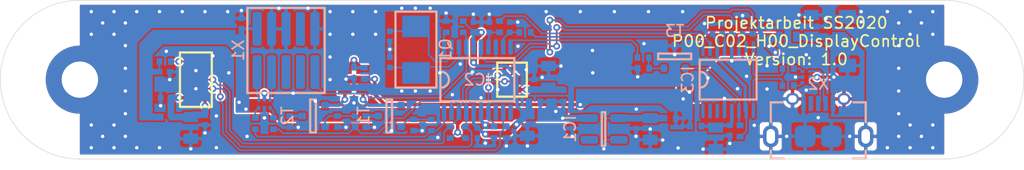
<source format=kicad_pcb>
(kicad_pcb (version 20171130) (host pcbnew 5.1.5-52549c5~86~ubuntu18.04.1)
  (layers (0 F.Cu signal) (31 B.Cu signal) (34 B.Paste user) (35 F.Paste user) (36 B.SilkS user) (37 F.SilkS user) (38 B.Mask user) (39 F.Mask user) (44 Edge.Cuts user))
  (net 0 "")
  (net 1 GND)
  (net 2 /SWDIO)
  (net 3 /SCL)
  (net 4 /SWDCLK)
  (net 5 "Net-(C13-Pad1)")
  (net 6 "Net-(IC2-Pad13)")
  (net 7 /SDA)
  (net 8 /GPI_VEML6030_INT)
  (net 9 /GPI_VL53L0X_INT)
  (net 10 /RXD)
  (net 11 /GPO_FT230X_RST)
  (net 12 "Net-(C17-Pad1)")
  (net 13 "Net-(C18-Pad1)")
  (net 14 "Net-(C16-Pad1)")
  (net 15 "Net-(IC2-Pad1)")
  (net 16 /nRST)
  (net 17 "Net-(C19-Pad1)")
  (net 18 /CTS)
  (net 19 "Net-(C1-Pad1)")
  (net 20 "Net-(D3-Pad4)")
  (net 21 "Net-(X2-Pad4)")
  (net 22 "Net-(D3-Pad6)")
  (net 23 "Net-(C25-Pad1)")
  (net 24 "Net-(IC5-Pad5)")
  (net 25 "Net-(IC5-Pad8)")
  (net 26 "Net-(C23-Pad1)")
  (net 27 "Net-(IC3-Pad16)")
  (net 28 "Net-(IC3-Pad15)")
  (net 29 "Net-(IC3-Pad14)")
  (net 30 "Net-(C10-Pad1)")
  (net 31 "Net-(IC3-Pad11)")
  (net 32 "Net-(C12-Pad1)")
  (net 33 /USB_N)
  (net 34 /USB_P)
  (net 35 "Net-(IC3-Pad7)")
  (net 36 "Net-(C20-Pad1)")
  (net 37 /TXD)
  (net 38 /RTS)
  (net 39 "Net-(C21-Pad1)")
  (net 40 "Net-(X1-Pad8)")
  (net 41 "Net-(X1-Pad6)")
  (net 42 "Net-(D1-Pad6)")
  (net 43 "Net-(D1-Pad4)")
  (net 44 +3V3)
  (net 45 "Net-(X1-Pad7)")
  (net 46 "Net-(IC1-Pad4)")
  (net 47 "Net-(C4-Pad1)")
  (net 48 "Net-(R8-Pad2)")
  (net 49 "Net-(LED1-Pad2)")
  (net 50 "Net-(R4-Pad1)")
  (net 51 "Net-(R10-Pad2)")
  (net 52 "Net-(LED2-Pad2)")
  (net 53 "Net-(R5-Pad1)")
  (net 54 "Net-(R17-Pad2)")
  (net 55 "Net-(D1-Pad3)")
  (net 56 "Net-(D1-Pad1)")
  (net 57 "Net-(D3-Pad3)")
  (net 58 "Net-(D3-Pad1)")
  (net 59 "Net-(C9-Pad1)")
  (net 60 +5V)
  (net 61 "Net-(IC2-Pad11)")
  (module microcontroller:TSSOP065P640X650X120-20_ST (layer B.Cu) (at 126.95 87 270)
    (fp_text reference IC2)
    (fp_text value STM32F030F4P6 hide)
    (fp_text user %R (at 0 0) (layer B.SilkS) (effects (justify mirror)))
    (pad 19 smd roundrect (at 2.875 2.275 270) (size 1.35 0.4) (layers B.Cu B.Paste B.Mask) (net 2 /SWDIO))
    (pad 17 smd roundrect (at 2.875 0.975 270) (size 1.35 0.4) (layers B.Cu B.Paste B.Mask) (net 3 /SCL))
    (pad 14 smd roundrect (at 2.875 -0.975 270) (size 1.35 0.4) (layers B.Cu B.Paste B.Mask) (net 8 /GPI_VEML6030_INT))
    (pad 15 smd roundrect (at 2.875 -0.325 270) (size 1.35 0.4) (layers B.Cu B.Paste B.Mask) (net 1 GND))
    (pad 20 smd roundrect (at 2.875 2.925 270) (size 1.35 0.4) (layers B.Cu B.Paste B.Mask) (net 4 /SWDCLK))
    (pad 16 smd roundrect (at 2.875 0.325 270) (size 1.35 0.4) (layers B.Cu B.Paste B.Mask) (net 5 "Net-(C13-Pad1)"))
    (pad 13 smd roundrect (at 2.875 -1.625 270) (size 1.35 0.4) (layers B.Cu B.Paste B.Mask) (net 6 "Net-(IC2-Pad13)"))
    (pad 18 smd roundrect (at 2.875 1.625 270) (size 1.35 0.4) (layers B.Cu B.Paste B.Mask) (net 7 /SDA))
    (pad 11 smd roundrect (at 2.875 -2.925 270) (size 1.35 0.4) (layers B.Cu B.Paste B.Mask) (net 61 "Net-(IC2-Pad11)"))
    (pad 12 smd roundrect (at 2.875 -2.275 270) (size 1.35 0.4) (layers B.Cu B.Paste B.Mask) (net 9 /GPI_VL53L0X_INT))
    (pad 8 smd roundrect (at -2.875 -1.625 270) (size 1.35 0.4) (layers B.Cu B.Paste B.Mask) (net 10 /RXD))
    (pad 10 smd roundrect (at -2.875 -2.925 270) (size 1.35 0.4) (layers B.Cu B.Paste B.Mask) (net 11 /GPO_FT230X_RST))
    (pad 9 smd roundrect (at -2.875 -2.275 270) (size 1.35 0.4) (layers B.Cu B.Paste B.Mask) (net 12 "Net-(C17-Pad1)"))
    (pad 7 smd roundrect (at -2.875 -0.975 270) (size 1.35 0.4) (layers B.Cu B.Paste B.Mask) (net 13 "Net-(C18-Pad1)"))
    (pad 2 smd roundrect (at -2.875 2.275 270) (size 1.35 0.4) (layers B.Cu B.Paste B.Mask) (net 14 "Net-(C16-Pad1)"))
    (pad 1 smd roundrect (at -2.875 2.925 270) (size 1.35 0.4) (layers B.Cu B.Paste B.Mask) (net 15 "Net-(IC2-Pad1)"))
    (pad 4 smd roundrect (at -2.875 0.975 270) (size 1.35 0.4) (layers B.Cu B.Paste B.Mask) (net 16 /nRST))
    (pad 3 smd roundrect (at -2.875 1.625 270) (size 1.35 0.4) (layers B.Cu B.Paste B.Mask) (net 17 "Net-(C19-Pad1)"))
    (pad 6 smd roundrect (at -2.875 -0.325 270) (size 1.35 0.4) (layers B.Cu B.Paste B.Mask) (net 18 /CTS))
    (pad 5 smd roundrect (at -2.875 0.325 270) (size 1.35 0.4) (layers B.Cu B.Paste B.Mask) (net 5 "Net-(C13-Pad1)"))
  )
  (module capacitor:C0402 (layer B.Cu) (at 99.45 86.3)
    (fp_text reference C22)
    (fp_text value CL05B104KO5NNNC hide)
    (pad 2 smd rect (at 0.45 0) (size 0.5 0.5) (layers B.Cu B.Paste B.Mask) (net 1 GND))
    (pad 1 smd rect (at -0.45 0) (size 0.5 0.5) (layers B.Cu B.Paste B.Mask) (net 44 +3V3))
  )
  (module ferrite-bead:FB0603 (layer B.Cu) (at 154.25 83.2 180)
    (fp_text reference FB1)
    (fp_text value MPZ1608S601A hide)
    (pad 2 smd rect (at 0.75 0 180) (size 0.6 0.9) (layers B.Cu B.Paste B.Mask) (net 60 +5V))
    (pad 1 smd rect (at -0.75 0 180) (size 0.6 0.9) (layers B.Cu B.Paste B.Mask) (net 19 "Net-(C1-Pad1)"))
  )
  (module ferrite-bead:FB0402 (layer B.Cu) (at 134.5 88.425 270)
    (fp_text reference FB7)
    (fp_text value BK1005HS102 hide)
    (pad 2 smd rect (at 0.5 0 270) (size 0.5 0.6) (layers B.Cu B.Paste B.Mask) (net 44 +3V3))
    (pad 1 smd rect (at -0.5 0 270) (size 0.5 0.6) (layers B.Cu B.Paste B.Mask) (net 26 "Net-(C23-Pad1)"))
  )
  (module ferrite-bead:FB0402 (layer B.Cu) (at 99.6 90.3 180)
    (fp_text reference FB6)
    (fp_text value BK1005HS102 hide)
    (pad 2 smd rect (at 0.5 0 180) (size 0.5 0.6) (layers B.Cu B.Paste B.Mask) (net 44 +3V3))
    (pad 1 smd rect (at -0.5 0 180) (size 0.5 0.6) (layers B.Cu B.Paste B.Mask) (net 23 "Net-(C25-Pad1)"))
  )
  (module ferrite-bead:FB0402 (layer B.Cu) (at 146.15 91.1)
    (fp_text reference FB5)
    (fp_text value BK1005HS102 hide)
    (pad 2 smd rect (at 0.5 0) (size 0.5 0.6) (layers B.Cu B.Paste B.Mask) (net 30 "Net-(C10-Pad1)"))
    (pad 1 smd rect (at -0.5 0) (size 0.5 0.6) (layers B.Cu B.Paste B.Mask) (net 60 +5V))
  )
  (module ferrite-bead:FB0402 (layer B.Cu) (at 131.975 88.95 180)
    (fp_text reference FB4)
    (fp_text value BK1005HS102 hide)
    (pad 2 smd rect (at 0.5 0 180) (size 0.5 0.6) (layers B.Cu B.Paste B.Mask) (net 5 "Net-(C13-Pad1)"))
    (pad 1 smd rect (at -0.5 0 180) (size 0.5 0.6) (layers B.Cu B.Paste B.Mask) (net 44 +3V3))
  )
  (module ferrite-bead:FB0402 (layer B.Cu) (at 117 86.45 90)
    (fp_text reference FB3)
    (fp_text value BK1005HS102 hide)
    (pad 2 smd rect (at 0.5 0 90) (size 0.5 0.6) (layers B.Cu B.Paste B.Mask) (net 59 "Net-(C9-Pad1)"))
    (pad 1 smd rect (at -0.5 0 90) (size 0.5 0.6) (layers B.Cu B.Paste B.Mask) (net 60 +5V))
  )
  (module ferrite-bead:FB0402 (layer B.Cu) (at 143.9 90.4 180)
    (fp_text reference FB2)
    (fp_text value BK1005HS102 hide)
    (pad 2 smd rect (at 0.5 0 180) (size 0.5 0.6) (layers B.Cu B.Paste B.Mask) (net 47 "Net-(C4-Pad1)"))
    (pad 1 smd rect (at -0.5 0 180) (size 0.5 0.6) (layers B.Cu B.Paste B.Mask) (net 60 +5V))
  )
  (module capacitor:C0805 (layer B.Cu) (at 101.75 91.25 270)
    (fp_text reference C27)
    (fp_text value CL21B106KOQNNNE hide)
    (pad 1 smd rect (at -0.95 0 270) (size 0.9 1.3) (layers B.Cu B.Paste B.Mask) (net 23 "Net-(C25-Pad1)"))
    (pad 2 smd rect (at 0.95 0 270) (size 0.9 1.3) (layers B.Cu B.Paste B.Mask) (net 1 GND))
  )
  (module capacitor:C0805 (layer B.Cu) (at 133.2 86.75 90)
    (fp_text reference C24)
    (fp_text value CL21B106KOQNNNE hide)
    (pad 1 smd rect (at -0.95 0 90) (size 0.9 1.3) (layers B.Cu B.Paste B.Mask) (net 26 "Net-(C23-Pad1)"))
    (pad 2 smd rect (at 0.95 0 90) (size 0.9 1.3) (layers B.Cu B.Paste B.Mask) (net 1 GND))
  )
  (module capacitor:C0805 (layer B.Cu) (at 131.35 91 270)
    (fp_text reference C13)
    (fp_text value CL21B106KOQNNNE hide)
    (pad 1 smd rect (at -0.95 0 270) (size 0.9 1.3) (layers B.Cu B.Paste B.Mask) (net 5 "Net-(C13-Pad1)"))
    (pad 2 smd rect (at 0.95 0 270) (size 0.9 1.3) (layers B.Cu B.Paste B.Mask) (net 1 GND))
  )
  (module capacitor:C0805 (layer B.Cu) (at 147.9 92.175 270)
    (fp_text reference C10)
    (fp_text value CL21B106KOQNNNE hide)
    (pad 1 smd rect (at -0.95 0 270) (size 0.9 1.3) (layers B.Cu B.Paste B.Mask) (net 30 "Net-(C10-Pad1)"))
    (pad 2 smd rect (at 0.95 0 270) (size 0.9 1.3) (layers B.Cu B.Paste B.Mask) (net 1 GND))
  )
  (module capacitor:C0805 (layer B.Cu) (at 142.15 91.35 270)
    (fp_text reference C4)
    (fp_text value CL21B106KOQNNNE hide)
    (pad 1 smd rect (at -0.95 0 270) (size 0.9 1.3) (layers B.Cu B.Paste B.Mask) (net 47 "Net-(C4-Pad1)"))
    (pad 2 smd rect (at 0.95 0 270) (size 0.9 1.3) (layers B.Cu B.Paste B.Mask) (net 1 GND))
  )
  (module capacitor:C0805 (layer B.Cu) (at 156.325 82.25 90)
    (fp_text reference C1)
    (fp_text value CL21B106KOQNNNE hide)
    (pad 1 smd rect (at -0.95 0 90) (size 0.9 1.3) (layers B.Cu B.Paste B.Mask) (net 19 "Net-(C1-Pad1)"))
    (pad 2 smd rect (at 0.95 0 90) (size 0.9 1.3) (layers B.Cu B.Paste B.Mask) (net 1 GND))
  )
  (module capacitor:C0402 (layer B.Cu) (at 103 90.55 270)
    (fp_text reference C26)
    (fp_text value CL05B104KO5NNNC hide)
    (pad 2 smd rect (at 0.45 0 270) (size 0.5 0.5) (layers B.Cu B.Paste B.Mask) (net 1 GND))
    (pad 1 smd rect (at -0.45 0 270) (size 0.5 0.5) (layers B.Cu B.Paste B.Mask) (net 23 "Net-(C25-Pad1)"))
  )
  (module capacitor:C0402 (layer B.Cu) (at 99.55 88.6 180)
    (fp_text reference C25)
    (fp_text value CL05B104KO5NNNC hide)
    (pad 2 smd rect (at 0.45 0 180) (size 0.5 0.5) (layers B.Cu B.Paste B.Mask) (net 1 GND))
    (pad 1 smd rect (at -0.45 0 180) (size 0.5 0.5) (layers B.Cu B.Paste B.Mask) (net 23 "Net-(C25-Pad1)"))
  )
  (module capacitor:C0402 (layer B.Cu) (at 131.95 87.425 90)
    (fp_text reference C23)
    (fp_text value CL05B104KO5NNNC hide)
    (pad 2 smd rect (at 0.45 0 90) (size 0.5 0.5) (layers B.Cu B.Paste B.Mask) (net 1 GND))
    (pad 1 smd rect (at -0.45 0 90) (size 0.5 0.5) (layers B.Cu B.Paste B.Mask) (net 26 "Net-(C23-Pad1)"))
  )
  (module capacitor:C0402 (layer B.Cu) (at 148.475 82.5 90)
    (fp_text reference C21)
    (fp_text value CL05C330JB5NNNC hide)
    (pad 2 smd rect (at 0.45 0 90) (size 0.5 0.5) (layers B.Cu B.Paste B.Mask) (net 1 GND))
    (pad 1 smd rect (at -0.45 0 90) (size 0.5 0.5) (layers B.Cu B.Paste B.Mask) (net 39 "Net-(C21-Pad1)"))
  )
  (module capacitor:C0402 (layer B.Cu) (at 150.275 82.5 90)
    (fp_text reference C20)
    (fp_text value CL05C330JB5NNNC hide)
    (pad 2 smd rect (at 0.45 0 90) (size 0.5 0.5) (layers B.Cu B.Paste B.Mask) (net 1 GND))
    (pad 1 smd rect (at -0.45 0 90) (size 0.5 0.5) (layers B.Cu B.Paste B.Mask) (net 36 "Net-(C20-Pad1)"))
  )
  (module capacitor:C0402 (layer B.Cu) (at 119.25 85.475 90)
    (fp_text reference C19)
    (fp_text value CL05C120JB5NNNC hide)
    (pad 2 smd rect (at 0.45 0 90) (size 0.5 0.5) (layers B.Cu B.Paste B.Mask) (net 1 GND))
    (pad 1 smd rect (at -0.45 0 90) (size 0.5 0.5) (layers B.Cu B.Paste B.Mask) (net 17 "Net-(C19-Pad1)"))
  )
  (module capacitor:C0402 (layer B.Cu) (at 128 82.375 90)
    (fp_text reference C18)
    (fp_text value CL05C330JB5NNNC hide)
    (pad 2 smd rect (at 0.45 0 90) (size 0.5 0.5) (layers B.Cu B.Paste B.Mask) (net 1 GND))
    (pad 1 smd rect (at -0.45 0 90) (size 0.5 0.5) (layers B.Cu B.Paste B.Mask) (net 13 "Net-(C18-Pad1)"))
  )
  (module capacitor:C0402 (layer B.Cu) (at 129.8 82.375 90)
    (fp_text reference C17)
    (fp_text value CL05C330JB5NNNC hide)
    (pad 2 smd rect (at 0.45 0 90) (size 0.5 0.5) (layers B.Cu B.Paste B.Mask) (net 1 GND))
    (pad 1 smd rect (at -0.45 0 90) (size 0.5 0.5) (layers B.Cu B.Paste B.Mask) (net 12 "Net-(C17-Pad1)"))
  )
  (module capacitor:C0402 (layer B.Cu) (at 119.25 83.175 270)
    (fp_text reference C16)
    (fp_text value CL05C120JB5NNNC hide)
    (pad 2 smd rect (at 0.45 0 270) (size 0.5 0.5) (layers B.Cu B.Paste B.Mask) (net 1 GND))
    (pad 1 smd rect (at -0.45 0 270) (size 0.5 0.5) (layers B.Cu B.Paste B.Mask) (net 14 "Net-(C16-Pad1)"))
  )
  (module capacitor:C0402 (layer B.Cu) (at 126.6 82.375 90)
    (fp_text reference C15)
    (fp_text value CL05B104KO5NNNC hide)
    (pad 2 smd rect (at 0.45 0 90) (size 0.5 0.5) (layers B.Cu B.Paste B.Mask) (net 1 GND))
    (pad 1 smd rect (at -0.45 0 90) (size 0.5 0.5) (layers B.Cu B.Paste B.Mask) (net 5 "Net-(C13-Pad1)"))
  )
  (module capacitor:C0402 (layer B.Cu) (at 126.95 91.7 270)
    (fp_text reference C14)
    (fp_text value CL05B104KO5NNNC hide)
    (pad 2 smd rect (at 0.45 0 270) (size 0.5 0.5) (layers B.Cu B.Paste B.Mask) (net 1 GND))
    (pad 1 smd rect (at -0.45 0 270) (size 0.5 0.5) (layers B.Cu B.Paste B.Mask) (net 5 "Net-(C13-Pad1)"))
  )
  (module capacitor:C0402 (layer B.Cu) (at 147.625 82.5 90)
    (fp_text reference C12)
    (fp_text value CL05B104KO5NNNC hide)
    (pad 2 smd rect (at 0.45 0 90) (size 0.5 0.5) (layers B.Cu B.Paste B.Mask) (net 1 GND))
    (pad 1 smd rect (at -0.45 0 90) (size 0.5 0.5) (layers B.Cu B.Paste B.Mask) (net 32 "Net-(C12-Pad1)"))
  )
  (module capacitor:C0402 (layer B.Cu) (at 149.15 91.475 270)
    (fp_text reference C11)
    (fp_text value CL05B104KO5NNNC hide)
    (pad 2 smd rect (at 0.45 0 270) (size 0.5 0.5) (layers B.Cu B.Paste B.Mask) (net 1 GND))
    (pad 1 smd rect (at -0.45 0 270) (size 0.5 0.5) (layers B.Cu B.Paste B.Mask) (net 30 "Net-(C10-Pad1)"))
  )
  (module capacitor:C0402 (layer B.Cu) (at 116.1 86.4 270)
    (fp_text reference C9)
    (fp_text value CL05B104KO5NNNC hide)
    (pad 2 smd rect (at 0.45 0 270) (size 0.5 0.5) (layers B.Cu B.Paste B.Mask) (net 1 GND))
    (pad 1 smd rect (at -0.45 0 270) (size 0.5 0.5) (layers B.Cu B.Paste B.Mask) (net 59 "Net-(C9-Pad1)"))
  )
  (module capacitor:C0402 (layer B.Cu) (at 106.2 82.05 90)
    (fp_text reference C8)
    (fp_text value CL05B104KO5NNNC hide)
    (pad 2 smd rect (at 0.45 0 90) (size 0.5 0.5) (layers B.Cu B.Paste B.Mask) (net 1 GND))
    (pad 1 smd rect (at -0.45 0 90) (size 0.5 0.5) (layers B.Cu B.Paste B.Mask) (net 44 +3V3))
  )
  (module capacitor:C0402 (layer B.Cu) (at 135.3 90.85 270)
    (fp_text reference C6)
    (fp_text value CL05B104KO5NNNC hide)
    (pad 2 smd rect (at 0.45 0 270) (size 0.5 0.5) (layers B.Cu B.Paste B.Mask) (net 1 GND))
    (pad 1 smd rect (at -0.45 0 270) (size 0.5 0.5) (layers B.Cu B.Paste B.Mask) (net 44 +3V3))
  )
  (module capacitor:C0402 (layer B.Cu) (at 140.9 90.85 270)
    (fp_text reference C5)
    (fp_text value CL05B104KO5NNNC hide)
    (pad 2 smd rect (at 0.45 0 270) (size 0.5 0.5) (layers B.Cu B.Paste B.Mask) (net 1 GND))
    (pad 1 smd rect (at -0.45 0 270) (size 0.5 0.5) (layers B.Cu B.Paste B.Mask) (net 47 "Net-(C4-Pad1)"))
  )
  (module capacitor:C0402 (layer B.Cu) (at 152.6 82.9 90)
    (fp_text reference C3)
    (fp_text value CL05B104KO5NNNC hide)
    (pad 2 smd rect (at 0.45 0 90) (size 0.5 0.5) (layers B.Cu B.Paste B.Mask) (net 1 GND))
    (pad 1 smd rect (at -0.45 0 90) (size 0.5 0.5) (layers B.Cu B.Paste B.Mask) (net 60 +5V))
  )
  (module capacitor:C0402 (layer B.Cu) (at 157.6 82.75 90)
    (fp_text reference C2)
    (fp_text value CL05B104KO5NNNC hide)
    (pad 2 smd rect (at 0.45 0 90) (size 0.5 0.5) (layers B.Cu B.Paste B.Mask) (net 1 GND))
    (pad 1 smd rect (at -0.45 0 90) (size 0.5 0.5) (layers B.Cu B.Paste B.Mask) (net 19 "Net-(C1-Pad1)"))
  )
  (module resistor:R0402 (layer B.Cu) (at 99.5 85.4)
    (fp_text reference R27)
    (fp_text value RC0402FR-0710KL hide)
    (pad 2 smd rect (at 0.5 0) (size 0.5 0.6) (layers B.Cu B.Paste B.Mask) (net 24 "Net-(IC5-Pad5)"))
    (pad 1 smd rect (at -0.5 0) (size 0.5 0.6) (layers B.Cu B.Paste B.Mask) (net 44 +3V3))
  )
  (module resistor:R0402 (layer B.Cu) (at 124.55 91.65 270)
    (fp_text reference R26)
    (fp_text value RC0402FR-072KL hide)
    (pad 2 smd rect (at 0.5 0 270) (size 0.5 0.6) (layers B.Cu B.Paste B.Mask) (net 44 +3V3))
    (pad 1 smd rect (at -0.5 0 270) (size 0.5 0.6) (layers B.Cu B.Paste B.Mask) (net 7 /SDA))
  )
  (module resistor:R0402 (layer B.Cu) (at 125.9 91.65 270)
    (fp_text reference R25)
    (fp_text value RC0402FR-072KL hide)
    (pad 2 smd rect (at 0.5 0 270) (size 0.5 0.6) (layers B.Cu B.Paste B.Mask) (net 44 +3V3))
    (pad 1 smd rect (at -0.5 0 270) (size 0.5 0.6) (layers B.Cu B.Paste B.Mask) (net 3 /SCL))
  )
  (module resistor:R0402 (layer B.Cu) (at 129.5 91.65 270)
    (fp_text reference R22)
    (fp_text value RC0402FR-0710KL hide)
    (pad 2 smd rect (at 0.5 0 270) (size 0.5 0.6) (layers B.Cu B.Paste B.Mask) (net 1 GND))
    (pad 1 smd rect (at -0.5 0 270) (size 0.5 0.6) (layers B.Cu B.Paste B.Mask) (net 9 /GPI_VL53L0X_INT))
  )
  (module resistor:R0402 (layer B.Cu) (at 128.4 91.65 270)
    (fp_text reference R20)
    (fp_text value RC0402FR-0710KL hide)
    (pad 2 smd rect (at 0.5 0 270) (size 0.5 0.6) (layers B.Cu B.Paste B.Mask) (net 1 GND))
    (pad 1 smd rect (at -0.5 0 270) (size 0.5 0.6) (layers B.Cu B.Paste B.Mask) (net 8 /GPI_VEML6030_INT))
  )
  (module resistor:R0402 (layer B.Cu) (at 141.55 86)
    (fp_text reference R19)
    (fp_text value RC0402FR-0710KL hide)
    (pad 2 smd rect (at 0.5 0) (size 0.5 0.6) (layers B.Cu B.Paste B.Mask) (net 54 "Net-(R17-Pad2)"))
    (pad 1 smd rect (at -0.5 0) (size 0.5 0.6) (layers B.Cu B.Paste B.Mask) (net 1 GND))
  )
  (module resistor:R0402 (layer B.Cu) (at 124.2 82.325 270)
    (fp_text reference R18)
    (fp_text value RC0402FR-0710KL hide)
    (pad 2 smd rect (at 0.5 0 270) (size 0.5 0.6) (layers B.Cu B.Paste B.Mask) (net 15 "Net-(IC2-Pad1)"))
    (pad 1 smd rect (at -0.5 0 270) (size 0.5 0.6) (layers B.Cu B.Paste B.Mask) (net 1 GND))
  )
  (module resistor:R0402 (layer B.Cu) (at 141.525 85.05)
    (fp_text reference R17)
    (fp_text value RC0402FR-072KL hide)
    (pad 2 smd rect (at 0.5 0) (size 0.5 0.6) (layers B.Cu B.Paste B.Mask) (net 54 "Net-(R17-Pad2)"))
    (pad 1 smd rect (at -0.5 0) (size 0.5 0.6) (layers B.Cu B.Paste B.Mask) (net 11 /GPO_FT230X_RST))
  )
  (module resistor:R0402 (layer B.Cu) (at 151.175 82.45 90)
    (fp_text reference R16)
    (fp_text value RC0402FR-0733RL hide)
    (pad 2 smd rect (at 0.5 0 90) (size 0.5 0.6) (layers B.Cu B.Paste B.Mask) (net 18 /CTS))
    (pad 1 smd rect (at -0.5 0 90) (size 0.5 0.6) (layers B.Cu B.Paste B.Mask) (net 36 "Net-(C20-Pad1)"))
  )
  (module resistor:R0402 (layer B.Cu) (at 149.375 82.45 90)
    (fp_text reference R15)
    (fp_text value RC0402FR-0733RL hide)
    (pad 2 smd rect (at 0.5 0 90) (size 0.5 0.6) (layers B.Cu B.Paste B.Mask) (net 10 /RXD))
    (pad 1 smd rect (at -0.5 0 90) (size 0.5 0.6) (layers B.Cu B.Paste B.Mask) (net 39 "Net-(C21-Pad1)"))
  )
  (module resistor:R0402 (layer B.Cu) (at 150.05 91.525 90)
    (fp_text reference R14)
    (fp_text value RC0402FR-0710KL hide)
    (pad 2 smd rect (at 0.5 0 90) (size 0.5 0.6) (layers B.Cu B.Paste B.Mask) (net 31 "Net-(IC3-Pad11)"))
    (pad 1 smd rect (at -0.5 0 90) (size 0.5 0.6) (layers B.Cu B.Paste B.Mask) (net 32 "Net-(C12-Pad1)"))
  )
  (module resistor:R0402 (layer B.Cu) (at 131.15 82.825)
    (fp_text reference R13)
    (fp_text value RC0402FR-0733RL hide)
    (pad 2 smd rect (at 0.5 0) (size 0.5 0.6) (layers B.Cu B.Paste B.Mask) (net 37 /TXD))
    (pad 1 smd rect (at -0.5 0) (size 0.5 0.6) (layers B.Cu B.Paste B.Mask) (net 12 "Net-(C17-Pad1)"))
  )
  (module resistor:R0402 (layer B.Cu) (at 125.7 82.325 270)
    (fp_text reference R12)
    (fp_text value RC0402FR-0710KL hide)
    (pad 2 smd rect (at 0.5 0 270) (size 0.5 0.6) (layers B.Cu B.Paste B.Mask) (net 16 /nRST))
    (pad 1 smd rect (at -0.5 0 270) (size 0.5 0.6) (layers B.Cu B.Paste B.Mask) (net 5 "Net-(C13-Pad1)"))
  )
  (module resistor:R0402 (layer B.Cu) (at 128.9 82.325 90)
    (fp_text reference R11)
    (fp_text value RC0402FR-0733RL hide)
    (pad 2 smd rect (at 0.5 0 90) (size 0.5 0.6) (layers B.Cu B.Paste B.Mask) (net 38 /RTS))
    (pad 1 smd rect (at -0.5 0 90) (size 0.5 0.6) (layers B.Cu B.Paste B.Mask) (net 13 "Net-(C18-Pad1)"))
  )
  (module resistor:R0402 (layer B.Cu) (at 110.45 90.7 90)
    (fp_text reference R10)
    (fp_text value RC0402FR-07220RL hide)
    (pad 2 smd rect (at 0.5 0 90) (size 0.5 0.6) (layers B.Cu B.Paste B.Mask) (net 51 "Net-(R10-Pad2)"))
    (pad 1 smd rect (at -0.5 0 90) (size 0.5 0.6) (layers B.Cu B.Paste B.Mask) (net 1 GND))
  )
  (module resistor:R0402 (layer B.Cu) (at 114.65 90.7 90)
    (fp_text reference R9)
    (fp_text value RC0402FR-0710KL hide)
    (pad 2 smd rect (at 0.5 0 90) (size 0.5 0.6) (layers B.Cu B.Paste B.Mask) (net 53 "Net-(R5-Pad1)"))
    (pad 1 smd rect (at -0.5 0 90) (size 0.5 0.6) (layers B.Cu B.Paste B.Mask) (net 1 GND))
  )
  (module resistor:R0402 (layer B.Cu) (at 117.15 90.7 90)
    (fp_text reference R8)
    (fp_text value RC0402FR-07220RL hide)
    (pad 2 smd rect (at 0.5 0 90) (size 0.5 0.6) (layers B.Cu B.Paste B.Mask) (net 48 "Net-(R8-Pad2)"))
    (pad 1 smd rect (at -0.5 0 90) (size 0.5 0.6) (layers B.Cu B.Paste B.Mask) (net 1 GND))
  )
  (module resistor:R0402 (layer B.Cu) (at 121.35 91 90)
    (fp_text reference R7)
    (fp_text value RC0402FR-0710KL hide)
    (pad 2 smd rect (at 0.5 0 90) (size 0.5 0.6) (layers B.Cu B.Paste B.Mask) (net 50 "Net-(R4-Pad1)"))
    (pad 1 smd rect (at -0.5 0 90) (size 0.5 0.6) (layers B.Cu B.Paste B.Mask) (net 1 GND))
  )
  (module resistor:R0402 (layer B.Cu) (at 154.275 86.025 180)
    (fp_text reference R6)
    (fp_text value RC0402FR-0733RL hide)
    (pad 2 smd rect (at 0.5 0 180) (size 0.5 0.6) (layers B.Cu B.Paste B.Mask) (net 34 /USB_P))
    (pad 1 smd rect (at -0.5 0 180) (size 0.5 0.6) (layers B.Cu B.Paste B.Mask) (net 57 "Net-(D3-Pad3)"))
  )
  (module resistor:R0402 (layer B.Cu) (at 116.2 90.7 270)
    (fp_text reference R5)
    (fp_text value RC0402FR-0710KL hide)
    (pad 2 smd rect (at 0.5 0 270) (size 0.5 0.6) (layers B.Cu B.Paste B.Mask) (net 2 /SWDIO))
    (pad 1 smd rect (at -0.5 0 270) (size 0.5 0.6) (layers B.Cu B.Paste B.Mask) (net 53 "Net-(R5-Pad1)"))
  )
  (module resistor:R0402 (layer B.Cu) (at 122.9 91 270)
    (fp_text reference R4)
    (fp_text value RC0402FR-0710KL hide)
    (pad 2 smd rect (at 0.5 0 270) (size 0.5 0.6) (layers B.Cu B.Paste B.Mask) (net 4 /SWDCLK))
    (pad 1 smd rect (at -0.5 0 270) (size 0.5 0.6) (layers B.Cu B.Paste B.Mask) (net 50 "Net-(R4-Pad1)"))
  )
  (module resistor:R0402 (layer B.Cu) (at 154.275 87.525 180)
    (fp_text reference R3)
    (fp_text value RC0402FR-0733RL hide)
    (pad 2 smd rect (at 0.5 0 180) (size 0.5 0.6) (layers B.Cu B.Paste B.Mask) (net 33 /USB_N))
    (pad 1 smd rect (at -0.5 0 180) (size 0.5 0.6) (layers B.Cu B.Paste B.Mask) (net 58 "Net-(D3-Pad1)"))
  )
  (module resistor:R0402 (layer B.Cu) (at 107.425 90.875 90)
    (fp_text reference R2)
    (fp_text value RC0402FR-0733RL hide)
    (pad 2 smd rect (at 0.5 0 90) (size 0.5 0.6) (layers B.Cu B.Paste B.Mask) (net 55 "Net-(D1-Pad3)"))
    (pad 1 smd rect (at -0.5 0 90) (size 0.5 0.6) (layers B.Cu B.Paste B.Mask) (net 4 /SWDCLK))
  )
  (module resistor:R0402 (layer B.Cu) (at 109.025 90.875 90)
    (fp_text reference R1)
    (fp_text value RC0402FR-0733RL hide)
    (pad 2 smd rect (at 0.5 0 90) (size 0.5 0.6) (layers B.Cu B.Paste B.Mask) (net 56 "Net-(D1-Pad1)"))
    (pad 1 smd rect (at -0.5 0 90) (size 0.5 0.6) (layers B.Cu B.Paste B.Mask) (net 2 /SWDIO))
  )
  (module led:LED0805_DIALIGHT (layer F.Cu) (at 115.3 87 270)
    (fp_text reference LED2)
    (fp_text value 599-0110-007F hide)
    (pad 2 smd rect (at 0.9 0 270) (size 0.8 1.2) (layers F.Cu F.Paste F.Mask) (net 52 "Net-(LED2-Pad2)"))
    (pad 1 smd rect (at -0.9 0 270) (size 0.8 1.2) (layers F.Cu F.Paste F.Mask) (net 59 "Net-(C9-Pad1)"))
  )
  (module led:LED0805_DIALIGHT (layer F.Cu) (at 116.9 87 270)
    (fp_text reference LED1)
    (fp_text value 599-0181-007F hide)
    (pad 2 smd rect (at 0.9 0 270) (size 0.8 1.2) (layers F.Cu F.Paste F.Mask) (net 49 "Net-(LED1-Pad2)"))
    (pad 1 smd rect (at -0.9 0 270) (size 0.8 1.2) (layers F.Cu F.Paste F.Mask) (net 59 "Net-(C9-Pad1)"))
  )
  (module circuit-protection:DIOC427X257X100_ST_DO221-AC (layer B.Cu) (at 159.5 83.6 270)
    (fp_text reference D2)
    (fp_text value SMA4F5.0A hide)
    (pad 2 smd rect (at 2.16 0 270) (size 1.2 1.52) (layers B.Cu B.Paste B.Mask) (net 19 "Net-(C1-Pad1)"))
    (pad 1 smd rect (at -2.16 0 270) (size 1.2 1.52) (layers B.Cu B.Paste B.Mask) (net 1 GND))
  )
  (module circuit-protection:SOT50P145X100X050-6_NEXPERIA_SOT886 (layer B.Cu) (at 155.875 86.775)
    (fp_text reference D3)
    (fp_text value PRTR5V0U2F hide)
    (pad 6 smd roundrect (at 0.3375 0.5) (size 0.325 0.27) (layers B.Cu B.Paste B.Mask) (net 22 "Net-(D3-Pad6)"))
    (pad 5 smd roundrect (at 0.3375 0) (size 0.325 0.27) (layers B.Cu B.Paste B.Mask) (net 19 "Net-(C1-Pad1)"))
    (pad 4 smd roundrect (at 0.3375 -0.5) (size 0.325 0.27) (layers B.Cu B.Paste B.Mask) (net 20 "Net-(D3-Pad4)"))
    (pad 3 smd roundrect (at -0.3375 -0.5) (size 0.325 0.27) (layers B.Cu B.Paste B.Mask) (net 57 "Net-(D3-Pad3)"))
    (pad 2 smd roundrect (at -0.3375 0) (size 0.325 0.27) (layers B.Cu B.Paste B.Mask) (net 1 GND))
    (pad 1 smd roundrect (at -0.3375 0.5) (size 0.325 0.27) (layers B.Cu B.Paste B.Mask) (net 58 "Net-(D3-Pad1)"))
  )
  (module circuit-protection:SOT50P145X100X050-6_NEXPERIA_SOT886 (layer B.Cu) (at 108.225 89.15 90)
    (fp_text reference D1)
    (fp_text value PRTR5V0U2F hide)
    (pad 6 smd roundrect (at 0.3375 0.5 90) (size 0.325 0.27) (layers B.Cu B.Paste B.Mask) (net 42 "Net-(D1-Pad6)"))
    (pad 5 smd roundrect (at 0.3375 0 90) (size 0.325 0.27) (layers B.Cu B.Paste B.Mask) (net 44 +3V3))
    (pad 4 smd roundrect (at 0.3375 -0.5 90) (size 0.325 0.27) (layers B.Cu B.Paste B.Mask) (net 43 "Net-(D1-Pad4)"))
    (pad 3 smd roundrect (at -0.3375 -0.5 90) (size 0.325 0.27) (layers B.Cu B.Paste B.Mask) (net 55 "Net-(D1-Pad3)"))
    (pad 2 smd roundrect (at -0.3375 0 90) (size 0.325 0.27) (layers B.Cu B.Paste B.Mask) (net 1 GND))
    (pad 1 smd roundrect (at -0.3375 0.5 90) (size 0.325 0.27) (layers B.Cu B.Paste B.Mask) (net 56 "Net-(D1-Pad1)"))
  )
  (module transistor:SOT95P230X100-3 (layer B.Cu) (at 144.3 85 180)
    (fp_text reference T3)
    (fp_text value BC847B,215 hide)
    (fp_text user %R (at 0 2.3) (layer B.SilkS) (effects (justify mirror)))
    (pad 3 smd roundrect (at 0 1 180) (size 0.6 0.7) (layers B.Cu B.Paste B.Mask) (net 1 GND))
    (pad 1 smd roundrect (at -0.95 -1 180) (size 0.6 0.7) (layers B.Cu B.Paste B.Mask) (net 31 "Net-(IC3-Pad11)"))
    (pad 2 smd roundrect (at 0.95 -1 180) (size 0.6 0.7) (layers B.Cu B.Paste B.Mask) (net 54 "Net-(R17-Pad2)"))
  )
  (module transistor:SOT95P230X100-3 (layer B.Cu) (at 112.55 90.2 270)
    (fp_text reference T2)
    (fp_text value BC847B,215 hide)
    (fp_text user %R (at 0 2.3 90) (layer B.SilkS) (effects (justify mirror)))
    (pad 3 smd roundrect (at 0 1 270) (size 0.6 0.7) (layers B.Cu B.Paste B.Mask) (net 51 "Net-(R10-Pad2)"))
    (pad 1 smd roundrect (at -0.95 -1 270) (size 0.6 0.7) (layers B.Cu B.Paste B.Mask) (net 52 "Net-(LED2-Pad2)"))
    (pad 2 smd roundrect (at 0.95 -1 270) (size 0.6 0.7) (layers B.Cu B.Paste B.Mask) (net 53 "Net-(R5-Pad1)"))
  )
  (module transistor:SOT95P230X100-3 (layer B.Cu) (at 119.25 90.2 270)
    (fp_text reference T1)
    (fp_text value BC847B,215 hide)
    (fp_text user %R (at 0 2.3 90) (layer B.SilkS) (effects (justify mirror)))
    (pad 3 smd roundrect (at 0 1 270) (size 0.6 0.7) (layers B.Cu B.Paste B.Mask) (net 48 "Net-(R8-Pad2)"))
    (pad 1 smd roundrect (at -0.95 -1 270) (size 0.6 0.7) (layers B.Cu B.Paste B.Mask) (net 49 "Net-(LED1-Pad2)"))
    (pad 2 smd roundrect (at 0.95 -1 270) (size 0.6 0.7) (layers B.Cu B.Paste B.Mask) (net 50 "Net-(R4-Pad1)"))
  )
  (module voltage-regulator:SOT95P280X145-5 (layer B.Cu) (at 138.1 91.35 270)
    (fp_text reference IC1)
    (fp_text value AP2139AK-3.3 hide)
    (fp_text user %R (at 0 3 90) (layer B.SilkS) (effects (justify mirror)))
    (pad 4 smd roundrect (at 0.95 1.3 270) (size 0.7 1.524) (layers B.Cu B.Paste B.Mask) (net 46 "Net-(IC1-Pad4)"))
    (pad 5 smd roundrect (at -0.95 1.3 270) (size 0.7 1.524) (layers B.Cu B.Paste B.Mask) (net 44 +3V3))
    (pad 3 smd roundrect (at 0.95 -1.3 270) (size 0.7 1.524) (layers B.Cu B.Paste B.Mask) (net 47 "Net-(C4-Pad1)"))
    (pad 1 smd roundrect (at -0.95 -1.3 270) (size 0.7 1.524) (layers B.Cu B.Paste B.Mask) (net 47 "Net-(C4-Pad1)"))
    (pad 2 smd roundrect (at 0 -1.3 270) (size 0.7 1.524) (layers B.Cu B.Paste B.Mask) (net 1 GND))
  )
  (module crystal:ECX-53 (layer B.Cu) (at 121.55 84.35 90)
    (fp_text reference Q1)
    (fp_text value ECS-160-8-30Q-VY hide)
    (fp_text user %R (at 0 2.6 90) (layer B.SilkS) (effects (justify mirror)))
    (pad 2 smd rect (at 2.05 0 90) (size 1.9 2.4) (layers B.Cu B.Paste B.Mask) (net 14 "Net-(C16-Pad1)"))
    (pad 1 smd rect (at -2.05 0 90) (size 1.9 2.4) (layers B.Cu B.Paste B.Mask) (net 17 "Net-(C19-Pad1)"))
  )
  (module connector:FTSH-105-01-F-DV-K (layer B.Cu) (at 110.125 84.425 270)
    (fp_text reference X1)
    (fp_text value FTSH-105-01-F-DV-K hide)
    (fp_text user %R (at 0 4.2 90) (layer B.SilkS) (effects (justify mirror)))
    (pad 10 smd roundrect (at 1.905 -2.54 270) (size 3 0.8) (layers B.Cu B.Paste B.Mask) (net 16 /nRST))
    (pad 8 smd roundrect (at 1.905 -1.27 270) (size 3 0.8) (layers B.Cu B.Paste B.Mask) (net 40 "Net-(X1-Pad8)"))
    (pad 6 smd roundrect (at 1.905 0 270) (size 3 0.8) (layers B.Cu B.Paste B.Mask) (net 41 "Net-(X1-Pad6)"))
    (pad 4 smd roundrect (at 1.905 1.27 270) (size 3 0.8) (layers B.Cu B.Paste B.Mask) (net 42 "Net-(D1-Pad6)"))
    (pad 2 smd roundrect (at 1.905 2.54 270) (size 3 0.8) (layers B.Cu B.Paste B.Mask) (net 43 "Net-(D1-Pad4)"))
    (pad 9 smd roundrect (at -1.905 -2.54 270) (size 3 0.8) (layers B.Cu B.Paste B.Mask) (net 1 GND))
    (pad 1 smd roundrect (at -1.905 2.54 270) (size 3 0.8) (layers B.Cu B.Paste B.Mask) (net 44 +3V3))
    (pad 7 smd roundrect (at -1.905 -1.27 270) (size 3 0.8) (layers B.Cu B.Paste B.Mask) (net 45 "Net-(X1-Pad7)"))
    (pad 3 smd roundrect (at -1.905 1.27 270) (size 3 0.8) (layers B.Cu B.Paste B.Mask) (net 1 GND))
    (pad 5 smd roundrect (at -1.905 0 270) (size 3 0.8) (layers B.Cu B.Paste B.Mask) (net 1 GND))
  )
  (module interface:SOP63P600X175-16 (layer B.Cu) (at 149 87 270)
    (fp_text reference IC3)
    (fp_text value FT230XS hide)
    (fp_text user %R (at 0 3.55 270) (layer B.SilkS) (effects (justify mirror)))
    (pad 16 smd roundrect (at 2.75 2.2225 270) (size 1.3 0.3) (layers B.Cu B.Paste B.Mask) (net 27 "Net-(IC3-Pad16)"))
    (pad 15 smd roundrect (at 2.75 1.5875 270) (size 1.3 0.3) (layers B.Cu B.Paste B.Mask) (net 28 "Net-(IC3-Pad15)"))
    (pad 14 smd roundrect (at 2.75 0.9525 270) (size 1.3 0.3) (layers B.Cu B.Paste B.Mask) (net 29 "Net-(IC3-Pad14)"))
    (pad 13 smd roundrect (at 2.75 0.3175 270) (size 1.3 0.3) (layers B.Cu B.Paste B.Mask) (net 1 GND))
    (pad 12 smd roundrect (at 2.75 -0.3175 270) (size 1.3 0.3) (layers B.Cu B.Paste B.Mask) (net 30 "Net-(C10-Pad1)"))
    (pad 11 smd roundrect (at 2.75 -0.9525 270) (size 1.3 0.3) (layers B.Cu B.Paste B.Mask) (net 31 "Net-(IC3-Pad11)"))
    (pad 10 smd roundrect (at 2.75 -1.5875 270) (size 1.3 0.3) (layers B.Cu B.Paste B.Mask) (net 32 "Net-(C12-Pad1)"))
    (pad 9 smd roundrect (at 2.75 -2.2225 270) (size 1.3 0.3) (layers B.Cu B.Paste B.Mask) (net 33 /USB_N))
    (pad 8 smd roundrect (at -2.75 -2.2225 270) (size 1.3 0.3) (layers B.Cu B.Paste B.Mask) (net 34 /USB_P))
    (pad 7 smd roundrect (at -2.75 -1.5875 270) (size 1.3 0.3) (layers B.Cu B.Paste B.Mask) (net 35 "Net-(IC3-Pad7)"))
    (pad 6 smd roundrect (at -2.75 -0.9525 270) (size 1.3 0.3) (layers B.Cu B.Paste B.Mask) (net 36 "Net-(C20-Pad1)"))
    (pad 1 smd roundrect (at -2.75 2.2225 270) (size 1.3 0.3) (layers B.Cu B.Paste B.Mask) (net 37 /TXD))
    (pad 2 smd roundrect (at -2.75 1.5875 270) (size 1.3 0.3) (layers B.Cu B.Paste B.Mask) (net 38 /RTS))
    (pad 3 smd roundrect (at -2.75 0.9525 270) (size 1.3 0.3) (layers B.Cu B.Paste B.Mask) (net 32 "Net-(C12-Pad1)"))
    (pad 5 smd roundrect (at -2.75 -0.3175 270) (size 1.3 0.3) (layers B.Cu B.Paste B.Mask) (net 1 GND))
    (pad 4 smd roundrect (at -2.75 0.3175 270) (size 1.3 0.3) (layers B.Cu B.Paste B.Mask) (net 39 "Net-(C21-Pad1)"))
  )
  (module sensor:VL53L0X_ST (layer F.Cu) (at 102.2 87 270)
    (fp_text reference IC5)
    (fp_text value VL53L0X hide)
    (pad 1 smd custom (at 1.6 0.8 270) (size 0.5 0.5) (layers F.Cu F.Paste F.Mask) (net 23 "Net-(C25-Pad1)") (options (clearance outline) (anchor rect)) (primitives (gr_poly (pts (xy 0.25 -0.25) (xy 0.33 -0.25) (xy 0.33 0) (xy 0.25 0)) (width 0))))
    (pad 2 smd rect (at 0.8 0.8 270) (size 0.5 0.5) (layers F.Cu F.Paste F.Mask) (net 1 GND))
    (pad 3 smd rect (at 0 0.8 270) (size 0.5 0.5) (layers F.Cu F.Paste F.Mask) (net 1 GND))
    (pad 4 smd rect (at -0.8 0.8 270) (size 0.5 0.5) (layers F.Cu F.Paste F.Mask) (net 1 GND))
    (pad 5 smd rect (at -1.6 0.8 270) (size 0.5 0.5) (layers F.Cu F.Paste F.Mask) (net 24 "Net-(IC5-Pad5)"))
    (pad 11 smd rect (at 1.6 -0.8 270) (size 0.5 0.5) (layers F.Cu F.Paste F.Mask) (net 23 "Net-(C25-Pad1)"))
    (pad 10 smd rect (at 0.8 -0.8 270) (size 0.5 0.5) (layers F.Cu F.Paste F.Mask) (net 3 /SCL))
    (pad 9 smd rect (at 0 -0.8 270) (size 0.5 0.5) (layers F.Cu F.Paste F.Mask) (net 7 /SDA))
    (pad 8 smd rect (at -0.8 -0.8 270) (size 0.5 0.5) (layers F.Cu F.Paste F.Mask) (net 25 "Net-(IC5-Pad8)"))
    (pad 7 smd rect (at -1.6 -0.8 270) (size 0.5 0.5) (layers F.Cu F.Paste F.Mask) (net 9 /GPI_VL53L0X_INT))
    (pad 12 smd rect (at 1.6 0 270) (size 0.5 0.5) (layers F.Cu F.Paste F.Mask) (net 1 GND))
    (pad 6 smd rect (at -1.6 0 270) (size 0.5 0.5) (layers F.Cu F.Paste F.Mask) (net 1 GND))
  )
  (module sensor:VEML6030_VISHAY (layer F.Cu) (at 130 87 270)
    (fp_text reference IC4)
    (fp_text value VEML6030 hide)
    (pad 4 smd rect (at 0.875 0.65 270) (size 0.55 0.3) (layers F.Cu F.Paste F.Mask) (net 1 GND))
    (pad 5 smd rect (at 0.875 0 270) (size 0.55 0.3) (layers F.Cu F.Paste F.Mask) (net 3 /SCL))
    (pad 6 smd rect (at 0.875 -0.65 270) (size 0.55 0.3) (layers F.Cu F.Paste F.Mask) (net 26 "Net-(C23-Pad1)"))
    (pad 3 smd rect (at -0.875 0.65 270) (size 0.55 0.3) (layers F.Cu F.Paste F.Mask) (net 8 /GPI_VEML6030_INT))
    (pad 1 smd rect (at -0.875 -0.65 270) (size 0.55 0.3) (layers F.Cu F.Paste F.Mask) (net 1 GND))
    (pad 2 smd rect (at -0.875 0 270) (size 0.55 0.3) (layers F.Cu F.Paste F.Mask) (net 7 /SDA))
  )
  (module connector:629105150921_WE (layer B.Cu) (at 156.925 90.4 180)
    (fp_text reference X2)
    (fp_text value 629105150921 hide)
    (fp_text user %R (at 0 3.025) (layer B.SilkS) (effects (justify mirror)))
    (pad M5 smd roundrect (at 1.15 -1.6 180) (size 1.8 1.9) (layers B.Cu B.Paste B.Mask) (net 1 GND))
    (pad M4 smd roundrect (at -1.15 -1.6 180) (size 1.8 1.9) (layers B.Cu B.Paste B.Mask) (net 1 GND))
    (pad 1 smd roundrect (at -1.3 1.3 180) (size 0.4 1.35) (layers B.Cu B.Paste B.Mask) (net 19 "Net-(C1-Pad1)"))
    (pad 2 smd roundrect (at -0.65 1.3 180) (size 0.4 1.35) (layers B.Cu B.Paste B.Mask) (net 20 "Net-(D3-Pad4)"))
    (pad 5 smd roundrect (at 1.3 1.3 180) (size 0.4 1.35) (layers B.Cu B.Paste B.Mask) (net 1 GND))
    (pad 4 smd roundrect (at 0.65 1.3 180) (size 0.4 1.35) (layers B.Cu B.Paste B.Mask) (net 21 "Net-(X2-Pad4)"))
    (pad 3 smd roundrect (at 0 1.3 180) (size 0.4 1.35) (layers B.Cu B.Paste B.Mask) (net 22 "Net-(D3-Pad6)"))
    (pad M6 thru_hole roundrect (at 4.175 -1.6 180) (size 1.35 1.9) (drill oval 0.75 1.3) (layers *.Cu *.Mask) (roundrect_rratio 0.444) (net 1 GND))
    (pad M3 thru_hole roundrect (at -4.175 -1.6 180) (size 1.35 1.9) (drill oval 0.75 1.3) (layers *.Cu *.Mask) (roundrect_rratio 0.444) (net 1 GND))
    (pad M2 thru_hole oval (at 2.26 1.7 180) (size 1.15 1.05) (drill oval 0.75 0.65) (layers *.Cu *.Mask) (net 1 GND))
    (pad M1 thru_hole oval (at -2.26 1.7 180) (size 1.15 1.05) (drill oval 0.75 0.65) (layers *.Cu *.Mask) (net 1 GND))
  )
  (gr_text "Projektarbeit SS2020\nP00_C02_H00_DisplayControl\nVersion: 1.0" (at 155 83.6) (layer F.SilkS) (effects (font (size 1 1))))
  (gr_arc (start 168 87) (end 168 94) (angle -180) (layer Edge.Cuts) (width 0.05))
  (gr_arc (start 92 87) (end 92 80) (angle -180) (layer Edge.Cuts) (width 0.05))
  (gr_line (start 92 94) (end 168 94) (layer Edge.Cuts) (width 0.05))
  (gr_line (start 92 80) (end 168 80) (layer Edge.Cuts) (width 0.05))
  (via (at 122.8 88) (size 0.6) (drill 0.3) (layers F.Cu B.Cu) (net 1))
  (via (at 121.5 88) (size 0.6) (drill 0.3) (layers F.Cu B.Cu) (net 1))
  (via (at 120.3 88) (size 0.6) (drill 0.3) (layers F.Cu B.Cu) (net 1))
  (via (at 138.075 93.1) (size 0.6) (drill 0.3) (layers F.Cu B.Cu) (net 1))
  (via (at 130.525 84.05) (size 0.6) (drill 0.3) (layers F.Cu B.Cu) (net 1))
  (via (at 152.425 85.775) (size 0.6) (drill 0.3) (layers F.Cu B.Cu) (net 1))
  (via (at 155.875 84.8) (size 0.6) (drill 0.3) (layers F.Cu B.Cu) (net 1))
  (via (at 166 82) (size 0.6) (drill 0.3) (layers F.Cu B.Cu) (net 1))
  (via (at 164 82) (size 0.6) (drill 0.3) (layers F.Cu B.Cu) (net 1))
  (via (at 164 84) (size 0.6) (drill 0.3) (layers F.Cu B.Cu) (net 1))
  (via (at 164 86) (size 0.6) (drill 0.3) (layers F.Cu B.Cu) (net 1))
  (via (at 164 88) (size 0.6) (drill 0.3) (layers F.Cu B.Cu) (net 1))
  (via (at 164 90) (size 0.6) (drill 0.3) (layers F.Cu B.Cu) (net 1))
  (via (at 164 92) (size 0.6) (drill 0.3) (layers F.Cu B.Cu) (net 1))
  (via (at 166 92) (size 0.6) (drill 0.3) (layers F.Cu B.Cu) (net 1))
  (via (at 160.7 81.9) (size 0.6) (drill 0.3) (layers F.Cu B.Cu) (net 1))
  (via (at 160.7 81) (size 0.6) (drill 0.3) (layers F.Cu B.Cu) (net 1))
  (via (at 151.3 91.025) (size 0.6) (drill 0.3) (layers F.Cu B.Cu) (net 1))
  (via (at 152.425 87.825) (size 0.6) (drill 0.3) (layers F.Cu B.Cu) (net 1))
  (via (at 159.7 92) (size 0.6) (drill 0.3) (layers F.Cu B.Cu) (net 1))
  (via (at 154.15 92) (size 0.6) (drill 0.3) (layers F.Cu B.Cu) (net 1))
  (via (at 93 83) (size 0.6) (drill 0.3) (layers F.Cu B.Cu) (net 1))
  (via (at 95 83) (size 0.6) (drill 0.3) (layers F.Cu B.Cu) (net 1))
  (via (at 96 82) (size 0.6) (drill 0.3) (layers F.Cu B.Cu) (net 1))
  (via (at 96 84) (size 0.6) (drill 0.3) (layers F.Cu B.Cu) (net 1))
  (via (at 96 86) (size 0.6) (drill 0.3) (layers F.Cu B.Cu) (net 1))
  (via (at 96 88) (size 0.6) (drill 0.3) (layers F.Cu B.Cu) (net 1))
  (via (at 96 90) (size 0.6) (drill 0.3) (layers F.Cu B.Cu) (net 1))
  (via (at 94 92) (size 0.6) (drill 0.3) (layers F.Cu B.Cu) (net 1))
  (via (at 96 92) (size 0.6) (drill 0.3) (layers F.Cu B.Cu) (net 1))
  (via (at 140.925 89.6) (size 0.6) (drill 0.3) (layers F.Cu B.Cu) (net 1))
  (via (at 156.925 90.35) (size 0.6) (drill 0.3) (layers F.Cu B.Cu) (net 1))
  (via (at 165 93) (size 0.6) (drill 0.3) (layers F.Cu B.Cu) (net 1))
  (via (at 165 83) (size 0.6) (drill 0.3) (layers F.Cu B.Cu) (net 1))
  (via (at 167 93) (size 0.6) (drill 0.3) (layers F.Cu B.Cu) (net 1))
  (via (at 163 81) (size 0.6) (drill 0.3) (layers F.Cu B.Cu) (net 1))
  (via (at 167 83) (size 0.6) (drill 0.3) (layers F.Cu B.Cu) (net 1))
  (via (at 165 91) (size 0.6) (drill 0.3) (layers F.Cu B.Cu) (net 1))
  (via (at 167 81) (size 0.6) (drill 0.3) (layers F.Cu B.Cu) (net 1))
  (via (at 167 91) (size 0.6) (drill 0.3) (layers F.Cu B.Cu) (net 1))
  (via (at 163 93) (size 0.6) (drill 0.3) (layers F.Cu B.Cu) (net 1))
  (via (at 165 81) (size 0.6) (drill 0.3) (layers F.Cu B.Cu) (net 1))
  (via (at 157.6 81.6) (size 0.6) (drill 0.3) (layers F.Cu B.Cu) (net 1))
  (via (at 155.225 81.3) (size 0.6) (drill 0.3) (layers F.Cu B.Cu) (net 1))
  (via (at 147.225 86.85) (size 0.6) (drill 0.3) (layers F.Cu B.Cu) (net 1))
  (via (at 152.6 81.75) (size 0.6) (drill 0.3) (layers F.Cu B.Cu) (net 1))
  (via (at 150.625 86.7) (size 0.6) (drill 0.3) (layers F.Cu B.Cu) (net 1))
  (via (at 149.825 87.8) (size 0.6) (drill 0.3) (layers F.Cu B.Cu) (net 1))
  (via (at 141.6 83.825) (size 0.6) (drill 0.3) (layers F.Cu B.Cu) (net 1))
  (via (at 144.6 93.025) (size 0.6) (drill 0.3) (layers F.Cu B.Cu) (net 1))
  (via (at 137.075 84.425) (size 0.6) (drill 0.3) (layers F.Cu B.Cu) (net 1))
  (via (at 137.1 86.4) (size 0.6) (drill 0.3) (layers F.Cu B.Cu) (net 1))
  (via (at 142.15 91.35) (size 0.6) (drill 0.3) (layers F.Cu B.Cu) (net 1))
  (via (at 135.3 92) (size 0.6) (drill 0.3) (layers F.Cu B.Cu) (net 1))
  (via (at 126.525 86.325) (size 0.6) (drill 0.3) (layers F.Cu B.Cu) (net 1))
  (via (at 134.3 85.8) (size 0.6) (drill 0.3) (layers F.Cu B.Cu) (net 1))
  (via (at 132.65 86.8) (size 0.6) (drill 0.3) (layers F.Cu B.Cu) (net 1))
  (via (at 133 81) (size 0.6) (drill 0.3) (layers F.Cu B.Cu) (net 1))
  (via (at 136 81) (size 0.6) (drill 0.3) (layers F.Cu B.Cu) (net 1))
  (via (at 139 81) (size 0.6) (drill 0.3) (layers F.Cu B.Cu) (net 1))
  (via (at 142 81) (size 0.6) (drill 0.3) (layers F.Cu B.Cu) (net 1))
  (via (at 145 81) (size 0.6) (drill 0.3) (layers F.Cu B.Cu) (net 1))
  (via (at 114 87) (size 0.6) (drill 0.3) (layers F.Cu B.Cu) (net 1))
  (via (at 114 81) (size 0.6) (drill 0.3) (layers F.Cu B.Cu) (net 1))
  (via (at 116 81) (size 0.6) (drill 0.3) (layers F.Cu B.Cu) (net 1))
  (via (at 118 81) (size 0.6) (drill 0.3) (layers F.Cu B.Cu) (net 1))
  (via (at 118 83) (size 0.6) (drill 0.3) (layers F.Cu B.Cu) (net 1))
  (via (at 116 83) (size 0.6) (drill 0.3) (layers F.Cu B.Cu) (net 1))
  (via (at 114 83) (size 0.6) (drill 0.3) (layers F.Cu B.Cu) (net 1))
  (via (at 114 85) (size 0.6) (drill 0.3) (layers F.Cu B.Cu) (net 1))
  (via (at 121.5 80.7) (size 0.6) (drill 0.3) (layers F.Cu B.Cu) (net 1))
  (via (at 122.8 80.7) (size 0.6) (drill 0.3) (layers F.Cu B.Cu) (net 1))
  (via (at 104 90.2) (size 0.6) (drill 0.3) (layers F.Cu B.Cu) (net 1))
  (via (at 112.7 88.9) (size 0.6) (drill 0.3) (layers F.Cu B.Cu) (net 1))
  (via (at 103.7 84.9) (size 0.6) (drill 0.3) (layers F.Cu B.Cu) (net 1))
  (via (at 99.6 84.5) (size 0.6) (drill 0.3) (layers F.Cu B.Cu) (net 1))
  (via (at 106.7 92) (size 0.6) (drill 0.3) (layers F.Cu B.Cu) (net 1))
  (via (at 93 81) (size 0.6) (drill 0.3) (layers F.Cu B.Cu) (net 1))
  (via (at 95 81) (size 0.6) (drill 0.3) (layers F.Cu B.Cu) (net 1))
  (via (at 97 81) (size 0.6) (drill 0.3) (layers F.Cu B.Cu) (net 1))
  (via (at 99 81) (size 0.6) (drill 0.3) (layers F.Cu B.Cu) (net 1))
  (via (at 101 81) (size 0.6) (drill 0.3) (layers F.Cu B.Cu) (net 1))
  (via (at 103 81) (size 0.6) (drill 0.3) (layers F.Cu B.Cu) (net 1))
  (via (at 105 81) (size 0.6) (drill 0.3) (layers F.Cu B.Cu) (net 1))
  (via (at 94 82) (size 0.6) (drill 0.3) (layers F.Cu B.Cu) (net 1))
  (via (at 95 91) (size 0.6) (drill 0.3) (layers F.Cu B.Cu) (net 1))
  (via (at 93 91) (size 0.6) (drill 0.3) (layers F.Cu B.Cu) (net 1))
  (via (at 93 93) (size 0.6) (drill 0.3) (layers F.Cu B.Cu) (net 1))
  (via (at 95 93) (size 0.6) (drill 0.3) (layers F.Cu B.Cu) (net 1))
  (via (at 97 93) (size 0.6) (drill 0.3) (layers F.Cu B.Cu) (net 1))
  (via (at 99 93) (size 0.6) (drill 0.3) (layers F.Cu B.Cu) (net 1))
  (via (at 104 93) (size 0.6) (drill 0.3) (layers F.Cu B.Cu) (net 1))
  (segment (start 115.175 89.275) (end 115.45 89.275) (width 0.15) (layer F.Cu) (net 1))
  (segment (start 116.85 89.275) (end 117.425 89.275) (width 0.15) (layer F.Cu) (net 1))
  (segment (start 117.425 89.275) (end 117.775 88.925) (width 0.15) (layer F.Cu) (net 1))
  (via (at 116.1 89.05) (size 0.6) (drill 0.3) (layers F.Cu B.Cu) (net 1))
  (via (at 124.75 88.325) (size 0.6) (drill 0.3) (layers F.Cu B.Cu) (net 1))
  (via (at 131.35 92.85) (size 0.6) (drill 0.3) (layers F.Cu B.Cu) (net 1))
  (via (at 127.65 91) (size 0.6) (drill 0.3) (layers F.Cu B.Cu) (net 1))
  (via (at 127.275 88.6) (size 0.6) (drill 0.3) (layers F.Cu B.Cu) (net 1))
  (via (at 129.5 92.85) (size 0.6) (drill 0.3) (layers F.Cu B.Cu) (net 1))
  (via (at 128.75 87.875) (size 0.6) (drill 0.3) (layers F.Cu B.Cu) (net 1))
  (via (at 131.25 86.125) (size 0.6) (drill 0.3) (layers F.Cu B.Cu) (net 1))
  (via (at 115.4 86.95) (size 0.6) (drill 0.3) (layers F.Cu B.Cu) (net 1))
  (via (at 110.75 88.2) (size 0.6) (drill 0.3) (layers F.Cu B.Cu) (net 1))
  (via (at 155.875 87.925) (size 0.6) (drill 0.3) (layers F.Cu B.Cu) (net 1))
  (via (at 154.925 86.775) (size 0.6) (drill 0.3) (layers F.Cu B.Cu) (net 1))
  (via (at 141.05 86.75) (size 0.6) (drill 0.3) (layers F.Cu B.Cu) (net 1))
  (via (at 150.275 81.35) (size 0.6) (drill 0.3) (layers F.Cu B.Cu) (net 1))
  (via (at 146.925 82.05) (size 0.6) (drill 0.3) (layers F.Cu B.Cu) (net 1))
  (via (at 149.325 85.35) (size 0.6) (drill 0.3) (layers F.Cu B.Cu) (net 1))
  (via (at 144.3 84.8) (size 0.6) (drill 0.3) (layers F.Cu B.Cu) (net 1))
  (via (at 148.675 88.65) (size 0.6) (drill 0.3) (layers F.Cu B.Cu) (net 1))
  (via (at 149.15 92.625) (size 0.6) (drill 0.3) (layers F.Cu B.Cu) (net 1))
  (via (at 146.8 93.125) (size 0.6) (drill 0.3) (layers F.Cu B.Cu) (net 1))
  (via (at 128 81.225) (size 0.6) (drill 0.3) (layers F.Cu B.Cu) (net 1))
  (via (at 143.25 92.325) (size 0.6) (drill 0.3) (layers F.Cu B.Cu) (net 1))
  (via (at 140.9 92) (size 0.6) (drill 0.3) (layers F.Cu B.Cu) (net 1))
  (via (at 119.4 91.5) (size 0.6) (drill 0.3) (layers F.Cu B.Cu) (net 1))
  (via (at 126.6 81.225) (size 0.6) (drill 0.3) (layers F.Cu B.Cu) (net 1))
  (via (at 124.2 81.125) (size 0.6) (drill 0.3) (layers F.Cu B.Cu) (net 1))
  (via (at 119.25 84.325) (size 0.6) (drill 0.3) (layers F.Cu B.Cu) (net 1))
  (via (at 125.45 85.625) (size 0.6) (drill 0.3) (layers F.Cu B.Cu) (net 1))
  (via (at 123.65 86.4) (size 0.6) (drill 0.3) (layers F.Cu B.Cu) (net 1))
  (via (at 127.65 92.6) (size 0.6) (drill 0.3) (layers F.Cu B.Cu) (net 1))
  (via (at 123.475 92.1) (size 0.6) (drill 0.3) (layers F.Cu B.Cu) (net 1))
  (via (at 122.1 91.5) (size 0.6) (drill 0.3) (layers F.Cu B.Cu) (net 1))
  (via (at 117.9 91.2) (size 0.6) (drill 0.3) (layers F.Cu B.Cu) (net 1))
  (via (at 115.4 91.2) (size 0.6) (drill 0.3) (layers F.Cu B.Cu) (net 1))
  (via (at 111.2 91.2) (size 0.6) (drill 0.3) (layers F.Cu B.Cu) (net 1))
  (via (at 112.05 80.7) (size 0.6) (drill 0.3) (layers F.Cu B.Cu) (net 1))
  (via (at 109.5 80.7) (size 0.6) (drill 0.3) (layers F.Cu B.Cu) (net 1))
  (via (at 106.2 80.9) (size 0.6) (drill 0.3) (layers F.Cu B.Cu) (net 1))
  (via (at 105.1 86.4) (size 0.6) (drill 0.3) (layers F.Cu B.Cu) (net 1))
  (via (at 101.75 93.1) (size 0.6) (drill 0.3) (layers F.Cu B.Cu) (net 1))
  (via (at 99.9 87) (size 0.6) (drill 0.3) (layers F.Cu B.Cu) (net 1))
  (via (at 108.225 90.375) (size 0.6) (drill 0.3) (layers F.Cu B.Cu) (net 1))
  (via (at 103 91.7) (size 0.6) (drill 0.3) (layers F.Cu B.Cu) (net 1))
  (via (at 99.1 89.3) (size 0.6) (drill 0.3) (layers F.Cu B.Cu) (net 1))
  (via (at 102.2 87.8) (size 0.6) (drill 0.3) (layers F.Cu B.Cu) (net 1))
  (via (at 102.2 86.2) (size 0.6) (drill 0.3) (layers F.Cu B.Cu) (net 1))
  (via (at 92 87) (size 6) (drill 3.2) (layers F.Cu B.Cu) (net 1))
  (via (at 168 87) (size 6) (drill 3.2) (layers F.Cu B.Cu) (net 1))
  (segment (start 110.45 91.2) (end 111.2 91.2) (width 0.3) (layer B.Cu) (net 1))
  (segment (start 106.44996 92.32496) (end 110.225682 92.32496) (width 0.15) (layer B.Cu) (net 1))
  (segment (start 110.225682 92.32496) (end 110.225732 92.32501) (width 0.15) (layer B.Cu) (net 1))
  (segment (start 104.45 85.4) (end 105.475021 86.425021) (width 0.15) (layer B.Cu) (net 1))
  (segment (start 110.225732 92.32501) (end 122.47627 92.32501) (width 0.15) (layer B.Cu) (net 1))
  (segment (start 105.475021 91.350021) (end 106.44996 92.32496) (width 0.15) (layer B.Cu) (net 1))
  (segment (start 105.475021 86.425021) (end 105.475021 91.350021) (width 0.15) (layer B.Cu) (net 1))
  (segment (start 122.70128 92.1) (end 123.475 92.1) (width 0.15) (layer B.Cu) (net 1))
  (segment (start 122.47627 92.32501) (end 122.70128 92.1) (width 0.15) (layer B.Cu) (net 1))
  (segment (start 123.45 85.075) (end 123.525 85.075) (width 0.15) (layer B.Cu) (net 1))
  (segment (start 120.8 80.925) (end 120.025 80.925) (width 0.15) (layer B.Cu) (net 1))
  (segment (start 123.525 85.075) (end 124.1 85.075) (width 0.15) (layer B.Cu) (net 1))
  (segment (start 125.650009 85.099269) (end 125.650009 84.95) (width 0.15) (layer B.Cu) (net 1))
  (segment (start 124.574269 86.175009) (end 125.650009 85.099269) (width 0.15) (layer B.Cu) (net 1))
  (segment (start 123.474991 86.175009) (end 124.574269 86.175009) (width 0.15) (layer B.Cu) (net 1))
  (segment (start 121.025 80.7) (end 120.8 80.925) (width 0.15) (layer B.Cu) (net 1))
  (segment (start 121.025 80.7) (end 121.25 80.925) (width 0.15) (layer B.Cu) (net 1))
  (via (at 120.3 80.7) (size 0.6) (drill 0.3) (layers F.Cu B.Cu) (net 1))
  (via (at 130.5 81.925) (size 0.6) (drill 0.3) (layers F.Cu B.Cu) (net 1))
  (segment (start 156.824278 85.6) (end 157.70001 86.475732) (width 0.15) (layer B.Cu) (net 1))
  (segment (start 155.85 85.6) (end 156.824278 85.6) (width 0.15) (layer B.Cu) (net 1))
  (segment (start 157.70001 86.475732) (end 157.70001 88.19999) (width 0.15) (layer B.Cu) (net 1))
  (segment (start 109.72861 93.525) (end 109.72866 93.52505) (width 0.15) (layer B.Cu) (net 1))
  (segment (start 109.72866 93.52505) (end 137.775 93.52505) (width 0.15) (layer B.Cu) (net 1))
  (segment (start 101.75 93.1) (end 102.175 93.525) (width 0.15) (layer B.Cu) (net 1))
  (segment (start 102.175 93.525) (end 109.72861 93.525) (width 0.15) (layer B.Cu) (net 1))
  (segment (start 129.9 87.475) (end 129.9 86.805344) (width 0.15) (layer B.Cu) (net 1))
  (segment (start 129.369667 86.275011) (end 129.177012 86.27501) (width 0.15) (layer B.Cu) (net 1))
  (segment (start 129.9 86.805344) (end 129.369667 86.275011) (width 0.15) (layer B.Cu) (net 1))
  (segment (start 128.75 87.875) (end 129.35 87.875) (width 0.3) (layer F.Cu) (net 1))
  (segment (start 131.25 86.125) (end 130.65 86.125) (width 0.3) (layer F.Cu) (net 1))
  (segment (start 127.275 90.625) (end 127.65 91) (width 0.3) (layer B.Cu) (net 1))
  (segment (start 127.275 89.875) (end 127.275 90.625) (width 0.3) (layer B.Cu) (net 1))
  (segment (start 124.75 88.325) (end 124.75 88.250722) (width 0.15) (layer B.Cu) (net 1))
  (segment (start 119.25 83.625) (end 119.25 84.325) (width 0.3) (layer B.Cu) (net 1))
  (segment (start 119.25 85.025) (end 119.25 84.325) (width 0.3) (layer B.Cu) (net 1))
  (segment (start 124.75 88.250722) (end 126.825722 86.175) (width 0.15) (layer B.Cu) (net 1))
  (segment (start 126.825722 86.175) (end 128.10001 86.175) (width 0.15) (layer B.Cu) (net 1))
  (segment (start 110.450672 91.725) (end 114.875 91.725) (width 0.15) (layer B.Cu) (net 2))
  (segment (start 109.025 91.375) (end 109.5 91.375) (width 0.15) (layer B.Cu) (net 2))
  (segment (start 109.5 91.375) (end 109.84994 91.72494) (width 0.15) (layer B.Cu) (net 2))
  (segment (start 109.84994 91.72494) (end 110.450672 91.72494) (width 0.15) (layer B.Cu) (net 2))
  (segment (start 115.630002 91.725) (end 116.05 91.305002) (width 0.15) (layer B.Cu) (net 2))
  (segment (start 114.875 91.725) (end 115.630002 91.725) (width 0.15) (layer B.Cu) (net 2))
  (segment (start 120.475 90.4) (end 119.5375 90.4) (width 0.15) (layer B.Cu) (net 2))
  (segment (start 118.152001 91.725001) (end 117.647999 91.725001) (width 0.15) (layer B.Cu) (net 2))
  (segment (start 121.975 88.9) (end 120.475 90.4) (width 0.15) (layer B.Cu) (net 2))
  (segment (start 124.55 88.9) (end 121.975 88.9) (width 0.15) (layer B.Cu) (net 2))
  (segment (start 119.5375 90.4) (end 118.21251 91.72499) (width 0.15) (layer B.Cu) (net 2))
  (segment (start 118.21251 91.72499) (end 118.152012 91.72499) (width 0.15) (layer B.Cu) (net 2))
  (segment (start 117.647988 91.72499) (end 116.72499 91.72499) (width 0.15) (layer B.Cu) (net 2))
  (segment (start 124.675 89.025) (end 124.55 88.9) (width 0.15) (layer B.Cu) (net 2))
  (segment (start 124.675 89.875) (end 124.675 89.025) (width 0.15) (layer B.Cu) (net 2))
  (segment (start 118.152012 91.72499) (end 118.152001 91.725001) (width 0.15) (layer B.Cu) (net 2))
  (segment (start 116.72499 91.72499) (end 116.2 91.2) (width 0.15) (layer B.Cu) (net 2))
  (segment (start 117.647999 91.725001) (end 117.647988 91.72499) (width 0.15) (layer B.Cu) (net 2))
  (via (at 129.35 87.15) (size 0.6) (drill 0.3) (layers F.Cu B.Cu) (net 3))
  (via (at 103.7 87.8) (size 0.6) (drill 0.3) (layers F.Cu B.Cu) (net 3))
  (segment (start 103 87.8) (end 103.7 87.8) (width 0.15) (layer F.Cu) (net 3))
  (segment (start 125.975 89.875) (end 125.975 91.075) (width 0.15) (layer B.Cu) (net 3))
  (segment (start 125.975 91.075) (end 126.05 91.15) (width 0.15) (layer B.Cu) (net 3))
  (segment (start 126.075 91.275) (end 126.075 91.15) (width 0.15) (layer B.Cu) (net 3))
  (segment (start 126.45 91.65) (end 126.075 91.275) (width 0.15) (layer B.Cu) (net 3))
  (segment (start 126.45 92.7) (end 126.45 91.65) (width 0.15) (layer B.Cu) (net 3))
  (segment (start 126.22497 92.92503) (end 126.45 92.7) (width 0.15) (layer B.Cu) (net 3))
  (segment (start 104.5 87.8) (end 104.875 88.175) (width 0.15) (layer B.Cu) (net 3))
  (segment (start 103.7 87.8) (end 104.5 87.8) (width 0.15) (layer B.Cu) (net 3))
  (segment (start 104.875 88.175) (end 104.875 91.598556) (width 0.15) (layer B.Cu) (net 3))
  (segment (start 109.977196 92.92503) (end 126.22497 92.92503) (width 0.15) (layer B.Cu) (net 3))
  (segment (start 104.875 91.598556) (end 106.201424 92.92498) (width 0.15) (layer B.Cu) (net 3))
  (segment (start 106.201424 92.92498) (end 109.977146 92.92498) (width 0.15) (layer B.Cu) (net 3))
  (segment (start 109.977146 92.92498) (end 109.977196 92.92503) (width 0.15) (layer B.Cu) (net 3))
  (segment (start 129.3 87.15) (end 129.4 87.15) (width 0.15) (layer F.Cu) (net 3))
  (segment (start 130 87.375736) (end 130 87.45) (width 0.15) (layer F.Cu) (net 3))
  (segment (start 129.774264 87.15) (end 130 87.375736) (width 0.15) (layer F.Cu) (net 3))
  (segment (start 130 87.45) (end 130 87.875) (width 0.15) (layer F.Cu) (net 3))
  (segment (start 129.35 87.15) (end 129.774264 87.15) (width 0.15) (layer F.Cu) (net 3))
  (segment (start 125.975 87.9) (end 126.699989 87.175011) (width 0.15) (layer B.Cu) (net 3))
  (segment (start 126.699989 87.175011) (end 129.274989 87.175011) (width 0.15) (layer B.Cu) (net 3))
  (segment (start 125.975 89.875) (end 125.975 87.9) (width 0.15) (layer B.Cu) (net 3))
  (segment (start 129.274989 87.175011) (end 129.3 87.15) (width 0.15) (layer B.Cu) (net 3))
  (segment (start 109.751464 92.02495) (end 110.326344 92.02495) (width 0.15) (layer B.Cu) (net 4))
  (segment (start 107.63745 92.02495) (end 109.751464 92.02495) (width 0.15) (layer B.Cu) (net 4))
  (segment (start 107.425 91.375) (end 107.425 91.8125) (width 0.15) (layer B.Cu) (net 4))
  (segment (start 107.425 91.8125) (end 107.63745 92.02495) (width 0.15) (layer B.Cu) (net 4))
  (segment (start 123.375 91.5) (end 122.9 91.5) (width 0.15) (layer B.Cu) (net 4))
  (segment (start 124.025 89.875) (end 124.025 90.85) (width 0.15) (layer B.Cu) (net 4))
  (segment (start 124.025 90.85) (end 123.375 91.5) (width 0.15) (layer B.Cu) (net 4))
  (segment (start 122.352001 92.025001) (end 122.852002 91.525) (width 0.15) (layer B.Cu) (net 4))
  (segment (start 110.350001 92.025001) (end 122.352001 92.025001) (width 0.15) (layer B.Cu) (net 4))
  (segment (start 110.35 92.025) (end 110.350001 92.025001) (width 0.15) (layer B.Cu) (net 4))
  (via (at 126.625 85.5) (size 0.6) (drill 0.3) (layers F.Cu B.Cu) (net 5))
  (via (at 127.65 91.8) (size 0.6) (drill 0.3) (layers F.Cu B.Cu) (net 5))
  (via (at 127.3 82.825) (size 0.6) (drill 0.3) (layers F.Cu B.Cu) (net 5))
  (via (at 130.4 90.95) (size 0.6) (drill 0.3) (layers F.Cu B.Cu) (net 5))
  (segment (start 125.725 81.825) (end 125.7 81.825) (width 0.15) (layer B.Cu) (net 5))
  (segment (start 126.6 82.825) (end 126.6 82.7) (width 0.15) (layer B.Cu) (net 5))
  (segment (start 126.55 82.725) (end 125.675 81.85) (width 0.15) (layer B.Cu) (net 5))
  (segment (start 126.6 82.725) (end 126.6 84.125) (width 0.3) (layer B.Cu) (net 5))
  (segment (start 127.3 82.825) (end 126.6 82.825) (width 0.6) (layer B.Cu) (net 5))
  (segment (start 131.475 90.05) (end 131.3 90.05) (width 0.3) (layer B.Cu) (net 5))
  (segment (start 126.625 89.875) (end 126.625 90.925) (width 0.3) (layer B.Cu) (net 5))
  (segment (start 126.625 90.925) (end 126.95 91.25) (width 0.3) (layer B.Cu) (net 5))
  (segment (start 127.561998 91.8) (end 127.65 91.8) (width 0.3) (layer B.Cu) (net 5))
  (segment (start 127.049999 91.288001) (end 127.561998 91.8) (width 0.3) (layer B.Cu) (net 5))
  (segment (start 126.95 91.25) (end 127.049999 91.25) (width 0.3) (layer B.Cu) (net 5))
  (segment (start 127.049999 91.25) (end 127.049999 91.288001) (width 0.3) (layer B.Cu) (net 5))
  (segment (start 126.625 83.5) (end 127.3 82.825) (width 0.6) (layer F.Cu) (net 5))
  (segment (start 126.625 85.5) (end 126.625 83.5) (width 0.6) (layer F.Cu) (net 5))
  (segment (start 130.85 90.05) (end 131.35 90.05) (width 0.3) (layer B.Cu) (net 5))
  (segment (start 131.3 90.05) (end 130.4 90.95) (width 0.6) (layer B.Cu) (net 5))
  (segment (start 131.35 90.05) (end 131.3 90.05) (width 0.3) (layer B.Cu) (net 5))
  (segment (start 129.55 91.8) (end 127.65 91.8) (width 0.6) (layer F.Cu) (net 5))
  (segment (start 130.4 90.95) (end 129.55 91.8) (width 0.6) (layer F.Cu) (net 5))
  (segment (start 131.35 90.05) (end 131.15 90.05) (width 0.3) (layer B.Cu) (net 5))
  (segment (start 131.475 89.925) (end 131.35 90.05) (width 0.6) (layer B.Cu) (net 5))
  (segment (start 131.475 88.95) (end 131.475 89.925) (width 0.6) (layer B.Cu) (net 5))
  (segment (start 126.925 85.8) (end 126.625 85.5) (width 0.3) (layer B.Cu) (net 5))
  (segment (start 129.525 85.8) (end 126.925 85.8) (width 0.3) (layer B.Cu) (net 5))
  (segment (start 130.45 86.725) (end 129.525 85.8) (width 0.3) (layer B.Cu) (net 5))
  (segment (start 131.15 90.05) (end 130.45 89.35) (width 0.3) (layer B.Cu) (net 5))
  (segment (start 130.45 89.35) (end 130.45 86.725) (width 0.3) (layer B.Cu) (net 5))
  (via (at 128.75 86.625) (size 0.6) (drill 0.3) (layers F.Cu B.Cu) (net 7))
  (via (at 103.7 87) (size 0.6) (drill 0.3) (layers F.Cu B.Cu) (net 7))
  (segment (start 103 87) (end 103.7 87) (width 0.15) (layer F.Cu) (net 7))
  (segment (start 125.325 89.85) (end 125.325 89.875) (width 0.15) (layer B.Cu) (net 7))
  (segment (start 125.325 90.375) (end 125.325 89.85) (width 0.15) (layer B.Cu) (net 7))
  (segment (start 124.55 91.15) (end 125.325 90.375) (width 0.15) (layer B.Cu) (net 7))
  (segment (start 130.075 86.2) (end 130 86.125) (width 0.15) (layer F.Cu) (net 7))
  (segment (start 128.75 86.625) (end 129.874999 86.625) (width 0.15) (layer F.Cu) (net 7))
  (segment (start 130 86.499999) (end 130 86.125) (width 0.15) (layer F.Cu) (net 7))
  (segment (start 129.874999 86.625) (end 130 86.499999) (width 0.15) (layer F.Cu) (net 7))
  (segment (start 124 91.65) (end 124.5 91.15) (width 0.15) (layer B.Cu) (net 7))
  (segment (start 123.82498 92.62502) (end 124 92.45) (width 0.15) (layer B.Cu) (net 7))
  (segment (start 110.101464 92.62502) (end 123.82498 92.62502) (width 0.15) (layer B.Cu) (net 7))
  (segment (start 110.101415 92.624971) (end 110.101464 92.62502) (width 0.15) (layer B.Cu) (net 7))
  (segment (start 104.2 87.5) (end 104.625 87.5) (width 0.15) (layer B.Cu) (net 7))
  (segment (start 106.325692 92.624971) (end 110.101415 92.624971) (width 0.15) (layer B.Cu) (net 7))
  (segment (start 103.7 87) (end 104.2 87.5) (width 0.15) (layer B.Cu) (net 7))
  (segment (start 124 92.45) (end 124 91.65) (width 0.15) (layer B.Cu) (net 7))
  (segment (start 104.625 87.5) (end 105.175 88.05) (width 0.15) (layer B.Cu) (net 7))
  (segment (start 105.175 91.474279) (end 106.325692 92.624971) (width 0.15) (layer B.Cu) (net 7))
  (segment (start 105.175 88.05) (end 105.175 91.474279) (width 0.15) (layer B.Cu) (net 7))
  (segment (start 125.325 89.390364) (end 125.325 89.875) (width 0.15) (layer B.Cu) (net 7))
  (segment (start 128.5 86.875) (end 126.55 86.875) (width 0.15) (layer B.Cu) (net 7))
  (segment (start 126.55 86.875) (end 125.675 87.75) (width 0.15) (layer B.Cu) (net 7))
  (segment (start 125.675 89.040364) (end 125.325 89.390364) (width 0.15) (layer B.Cu) (net 7))
  (segment (start 128.75 86.625) (end 128.5 86.875) (width 0.15) (layer B.Cu) (net 7))
  (segment (start 125.675 87.75) (end 125.675 89.040364) (width 0.15) (layer B.Cu) (net 7))
  (segment (start 127.925 89.390364) (end 127.925 89.875) (width 0.15) (layer B.Cu) (net 8))
  (segment (start 128.4 90.85) (end 128.4 91.15) (width 0.15) (layer B.Cu) (net 8))
  (segment (start 127.925 89.875) (end 127.925 90.375) (width 0.15) (layer B.Cu) (net 8))
  (segment (start 127.925 90.375) (end 128.4 90.85) (width 0.15) (layer B.Cu) (net 8))
  (segment (start 127.925 89.875) (end 127.925 87.700021) (width 0.15) (layer B.Cu) (net 8))
  (via (at 127.925 87.700021) (size 0.6) (drill 0.3) (layers F.Cu B.Cu) (net 8))
  (segment (start 127.925 87.700021) (end 127.925 86.7) (width 0.15) (layer F.Cu) (net 8))
  (segment (start 129.349999 86.099999) (end 129.375 86.125) (width 0.15) (layer F.Cu) (net 8))
  (segment (start 128.525001 86.099999) (end 129.349999 86.099999) (width 0.15) (layer F.Cu) (net 8))
  (segment (start 127.925 86.7) (end 128.525001 86.099999) (width 0.15) (layer F.Cu) (net 8))
  (via (at 104.35 88.5) (size 0.6) (drill 0.3) (layers F.Cu B.Cu) (net 9))
  (segment (start 103 85.4) (end 103.7 85.4) (width 0.15) (layer F.Cu) (net 9))
  (segment (start 103.7 85.4) (end 104.35 86.05) (width 0.15) (layer F.Cu) (net 9))
  (segment (start 104.35 86.05) (end 104.35 88.5) (width 0.15) (layer F.Cu) (net 9))
  (segment (start 129.25 90.375) (end 129.25 89.875) (width 0.15) (layer B.Cu) (net 9))
  (segment (start 129.225 89.875) (end 129.225 90.775) (width 0.15) (layer B.Cu) (net 9))
  (segment (start 129.225 90.775) (end 129.225 90.875) (width 0.15) (layer B.Cu) (net 9))
  (segment (start 129.225 90.875) (end 129.5 91.15) (width 0.15) (layer B.Cu) (net 9))
  (segment (start 129.475 91.15) (end 129.5 91.15) (width 0.15) (layer B.Cu) (net 9))
  (segment (start 128.95 91.675) (end 129.475 91.15) (width 0.15) (layer B.Cu) (net 9))
  (segment (start 128.54996 93.22504) (end 128.95 92.825) (width 0.15) (layer B.Cu) (net 9))
  (segment (start 109.852928 93.22504) (end 128.54996 93.22504) (width 0.15) (layer B.Cu) (net 9))
  (segment (start 109.852878 93.22499) (end 109.852928 93.22504) (width 0.15) (layer B.Cu) (net 9))
  (segment (start 104.575 91.722834) (end 106.077156 93.22499) (width 0.15) (layer B.Cu) (net 9))
  (segment (start 128.95 92.825) (end 128.95 91.675) (width 0.15) (layer B.Cu) (net 9))
  (segment (start 104.35 88.5) (end 104.35 88.924264) (width 0.15) (layer B.Cu) (net 9))
  (segment (start 106.077156 93.22499) (end 109.852878 93.22499) (width 0.15) (layer B.Cu) (net 9))
  (segment (start 104.35 88.924264) (end 104.575 89.149264) (width 0.15) (layer B.Cu) (net 9))
  (segment (start 104.575 89.149264) (end 104.575 91.722834) (width 0.15) (layer B.Cu) (net 9))
  (via (at 133.925 82.4) (size 0.6) (drill 0.3) (layers F.Cu B.Cu) (net 10))
  (via (at 133.925 84.05) (size 0.6) (drill 0.3) (layers F.Cu B.Cu) (net 10))
  (segment (start 133.925 82.4) (end 133.925 84.05) (width 0.15) (layer F.Cu) (net 10))
  (segment (start 134.4 82.4) (end 133.925 82.4) (width 0.15) (layer B.Cu) (net 10))
  (segment (start 134.625 82.625) (end 134.4 82.4) (width 0.15) (layer B.Cu) (net 10))
  (segment (start 149.375 81.95) (end 149.375 81.55) (width 0.15) (layer B.Cu) (net 10))
  (segment (start 149.15 81.325) (end 146.874279 81.325) (width 0.15) (layer B.Cu) (net 10))
  (segment (start 149.375 81.55) (end 149.15 81.325) (width 0.15) (layer B.Cu) (net 10))
  (segment (start 146.874279 81.325) (end 145.574279 82.625) (width 0.15) (layer B.Cu) (net 10))
  (segment (start 145.574279 82.625) (end 134.625 82.625) (width 0.15) (layer B.Cu) (net 10))
  (segment (start 133.45 84.05) (end 133.925 84.05) (width 0.15) (layer B.Cu) (net 10))
  (segment (start 133.225 83.825) (end 133.45 84.05) (width 0.15) (layer B.Cu) (net 10))
  (segment (start 128.575 84.975) (end 128.725 85.125) (width 0.15) (layer B.Cu) (net 10))
  (segment (start 130.225 85.125) (end 131.525 83.825) (width 0.15) (layer B.Cu) (net 10))
  (segment (start 128.725 85.125) (end 130.225 85.125) (width 0.15) (layer B.Cu) (net 10))
  (segment (start 128.575 84.125) (end 128.575 84.975) (width 0.15) (layer B.Cu) (net 10))
  (segment (start 131.525 83.825) (end 133.225 83.825) (width 0.15) (layer B.Cu) (net 10))
  (segment (start 140.525 83.525) (end 141.025 84.025) (width 0.15) (layer B.Cu) (net 11))
  (segment (start 129.875 84.125) (end 129.875 83.525) (width 0.15) (layer B.Cu) (net 11))
  (segment (start 141.025 84.025) (end 141.025 85.05) (width 0.15) (layer B.Cu) (net 11))
  (segment (start 129.875 83.525) (end 140.525 83.525) (width 0.15) (layer B.Cu) (net 11))
  (segment (start 129.225 83.375) (end 129.225 84.125) (width 0.15) (layer B.Cu) (net 12))
  (segment (start 129.8 82.825) (end 129.775 82.825) (width 0.15) (layer B.Cu) (net 12))
  (segment (start 129.775 82.825) (end 129.225 83.375) (width 0.15) (layer B.Cu) (net 12))
  (segment (start 129.8 82.825) (end 130.65 82.825) (width 0.15) (layer B.Cu) (net 12))
  (segment (start 128 82.825) (end 128.9 82.825) (width 0.15) (layer B.Cu) (net 13))
  (segment (start 128 82.825) (end 128 84.05) (width 0.15) (layer B.Cu) (net 13))
  (segment (start 128 84.05) (end 127.925 84.125) (width 0.15) (layer B.Cu) (net 13))
  (segment (start 121.5 82.2) (end 121.75 82.2) (width 0.15) (layer B.Cu) (net 14))
  (segment (start 124.675 84.975) (end 124.675 84.15) (width 0.15) (layer B.Cu) (net 14))
  (segment (start 121.9 82.2) (end 122.675 82.975) (width 0.15) (layer B.Cu) (net 14))
  (segment (start 121.55 82.2) (end 121.9 82.2) (width 0.15) (layer B.Cu) (net 14))
  (segment (start 122.675 82.975) (end 122.675 84.8) (width 0.15) (layer B.Cu) (net 14))
  (segment (start 122.675 84.8) (end 123.275 85.4) (width 0.15) (layer B.Cu) (net 14))
  (segment (start 123.275 85.4) (end 124.25 85.4) (width 0.15) (layer B.Cu) (net 14))
  (segment (start 124.25 85.4) (end 124.675 84.975) (width 0.15) (layer B.Cu) (net 14))
  (segment (start 121.125 82.725) (end 121.55 82.3) (width 0.15) (layer B.Cu) (net 14))
  (segment (start 119.25 82.725) (end 121.125 82.725) (width 0.15) (layer B.Cu) (net 14))
  (segment (start 124.025 84.125) (end 124.025 83) (width 0.15) (layer B.Cu) (net 15))
  (segment (start 124.025 83) (end 124.2 82.825) (width 0.15) (layer B.Cu) (net 15))
  (segment (start 125.7 82.825) (end 125.975 83.1) (width 0.15) (layer B.Cu) (net 16))
  (segment (start 125.975 83.1) (end 125.975 84.125) (width 0.15) (layer B.Cu) (net 16))
  (segment (start 112.665 86.33) (end 112.665 87.04) (width 0.15) (layer B.Cu) (net 16))
  (segment (start 117.125 88.225) (end 113.475 88.225) (width 0.15) (layer B.Cu) (net 16))
  (segment (start 125.975 84.125) (end 125.975 86.275) (width 0.15) (layer B.Cu) (net 16))
  (segment (start 117.5 88.6) (end 117.125 88.225) (width 0.15) (layer B.Cu) (net 16))
  (segment (start 123.65 88.6) (end 117.5 88.6) (width 0.15) (layer B.Cu) (net 16))
  (segment (start 125.975 86.275) (end 123.65 88.6) (width 0.15) (layer B.Cu) (net 16))
  (segment (start 113.475 88.225) (end 112.65 87.4) (width 0.15) (layer B.Cu) (net 16))
  (segment (start 112.65 87.4) (end 112.65 86.325) (width 0.15) (layer B.Cu) (net 16))
  (segment (start 121.5 86.3) (end 121.75 86.3) (width 0.15) (layer B.Cu) (net 17))
  (segment (start 124.45 85.875) (end 125.35 84.975) (width 0.15) (layer B.Cu) (net 17))
  (segment (start 121.55 86.3) (end 121.975 85.875) (width 0.15) (layer B.Cu) (net 17))
  (segment (start 125.35 84.975) (end 125.35 84.15) (width 0.15) (layer B.Cu) (net 17))
  (segment (start 121.975 85.875) (end 124.45 85.875) (width 0.15) (layer B.Cu) (net 17))
  (segment (start 121.075 85.925) (end 121.55 86.4) (width 0.15) (layer B.Cu) (net 17))
  (segment (start 119.25 85.925) (end 121.075 85.925) (width 0.15) (layer B.Cu) (net 17))
  (via (at 133.325 81.75) (size 0.6) (drill 0.3) (layers F.Cu B.Cu) (net 18))
  (via (at 133.325 84.575) (size 0.6) (drill 0.3) (layers F.Cu B.Cu) (net 18))
  (segment (start 133.325 81.75) (end 133.325 84.575) (width 0.15) (layer F.Cu) (net 18))
  (segment (start 133.749264 81.75) (end 133.325 81.75) (width 0.15) (layer B.Cu) (net 18))
  (segment (start 134.175 81.75) (end 133.749264 81.75) (width 0.15) (layer B.Cu) (net 18))
  (segment (start 134.75 82.325) (end 134.175 81.75) (width 0.15) (layer B.Cu) (net 18))
  (segment (start 145.45 82.325) (end 134.75 82.325) (width 0.15) (layer B.Cu) (net 18))
  (segment (start 146.75001 81.02499) (end 145.45 82.325) (width 0.15) (layer B.Cu) (net 18))
  (segment (start 151.175 81.175) (end 150.825 80.825) (width 0.15) (layer B.Cu) (net 18))
  (segment (start 151.175 81.95) (end 151.175 81.175) (width 0.15) (layer B.Cu) (net 18))
  (segment (start 150.825 80.825) (end 149.37501 80.825) (width 0.15) (layer B.Cu) (net 18))
  (segment (start 149.37501 80.825) (end 149.17502 81.02499) (width 0.15) (layer B.Cu) (net 18))
  (segment (start 149.17502 81.02499) (end 146.75001 81.02499) (width 0.15) (layer B.Cu) (net 18))
  (segment (start 127.275 84.975) (end 127.725 85.425) (width 0.15) (layer B.Cu) (net 18))
  (segment (start 127.275 84.15) (end 127.275 84.975) (width 0.15) (layer B.Cu) (net 18))
  (segment (start 127.725 85.425) (end 130.35 85.425) (width 0.15) (layer B.Cu) (net 18))
  (segment (start 132.875 84.125) (end 133.325 84.575) (width 0.15) (layer B.Cu) (net 18))
  (segment (start 131.65 84.125) (end 132.875 84.125) (width 0.15) (layer B.Cu) (net 18))
  (segment (start 130.35 85.425) (end 131.65 84.125) (width 0.15) (layer B.Cu) (net 18))
  (via (at 158.3 86.775) (size 0.6) (drill 0.3) (layers F.Cu B.Cu) (net 19))
  (via (at 156.825 86.775) (size 0.6) (drill 0.3) (layers F.Cu B.Cu) (net 19))
  (segment (start 156.2125 86.775) (end 156.825 86.775) (width 0.3) (layer B.Cu) (net 19))
  (segment (start 156.825 86.775) (end 158.3 86.775) (width 0.3) (layer F.Cu) (net 19))
  (segment (start 156.325 83.2) (end 155 83.2) (width 0.6) (layer B.Cu) (net 19))
  (segment (start 156.325 83.2) (end 157.6 83.2) (width 0.6) (layer B.Cu) (net 19))
  (segment (start 156.225002 86.25) (end 156.225001 86.249999) (width 0.15) (layer B.Cu) (net 20))
  (segment (start 157.05 86.25) (end 156.225002 86.25) (width 0.15) (layer B.Cu) (net 20))
  (segment (start 157.4 86.6) (end 157.05 86.25) (width 0.15) (layer B.Cu) (net 20))
  (segment (start 157.575 89.1) (end 157.4 88.925) (width 0.15) (layer B.Cu) (net 20))
  (segment (start 157.4 88.925) (end 157.4 86.6) (width 0.15) (layer B.Cu) (net 20))
  (segment (start 156.875001 87.300001) (end 156.200001 87.300001) (width 0.15) (layer B.Cu) (net 22))
  (segment (start 157.1 87.525) (end 156.875001 87.300001) (width 0.15) (layer B.Cu) (net 22))
  (segment (start 156.925 89.1) (end 157.1 88.925) (width 0.15) (layer B.Cu) (net 22))
  (segment (start 157.1 88.925) (end 157.1 87.525) (width 0.15) (layer B.Cu) (net 22))
  (via (at 103 89.3) (size 0.6) (drill 0.3) (layers F.Cu B.Cu) (net 23))
  (via (at 100.7 88.6) (size 0.6) (drill 0.3) (layers F.Cu B.Cu) (net 23))
  (segment (start 103 88.6) (end 103 89.3) (width 0.3) (layer F.Cu) (net 23))
  (segment (start 103 89.3) (end 103 90.1) (width 0.6) (layer B.Cu) (net 23))
  (segment (start 103 90.1) (end 101.95 90.1) (width 0.6) (layer B.Cu) (net 23))
  (segment (start 101.95 90.1) (end 101.75 90.3) (width 0.3) (layer B.Cu) (net 23))
  (segment (start 100 88.6) (end 100.7 88.6) (width 0.6) (layer B.Cu) (net 23))
  (segment (start 100.1 90.3) (end 101.75 90.3) (width 0.6) (layer B.Cu) (net 23))
  (segment (start 100 88.6) (end 100 90.2) (width 0.6) (layer B.Cu) (net 23))
  (segment (start 100 90.2) (end 100.1 90.3) (width 0.3) (layer B.Cu) (net 23))
  (segment (start 101.4 88.6) (end 100.7 88.6) (width 0.3) (layer F.Cu) (net 23))
  (via (at 100.7 85.4) (size 0.6) (drill 0.3) (layers F.Cu B.Cu) (net 24))
  (segment (start 101.4 85.4) (end 100.7 85.4) (width 0.15) (layer F.Cu) (net 24))
  (segment (start 100 85.4) (end 100.7 85.4) (width 0.15) (layer B.Cu) (net 24))
  (via (at 131.25 87.875) (size 0.6) (drill 0.3) (layers F.Cu B.Cu) (net 26))
  (segment (start 131.25 87.875) (end 130.675 87.875) (width 0.3) (layer F.Cu) (net 26))
  (segment (start 134.5 87.875) (end 131.25 87.875) (width 0.6) (layer B.Cu) (net 26))
  (segment (start 146.65 91.1) (end 147.775 91.1) (width 0.3) (layer B.Cu) (net 30))
  (segment (start 147.775 91.1) (end 147.9 91.225) (width 0.3) (layer B.Cu) (net 30))
  (segment (start 149.15 91.025) (end 148.1 91.025) (width 0.3) (layer B.Cu) (net 30))
  (segment (start 148.1 91.025) (end 147.9 91.225) (width 0.3) (layer B.Cu) (net 30))
  (segment (start 149.325 90.3) (end 149.325 89.75) (width 0.3) (layer B.Cu) (net 30))
  (segment (start 149.15 91.025) (end 149.325 90.85) (width 0.3) (layer B.Cu) (net 30))
  (segment (start 149.325 90.85) (end 149.325 90.3) (width 0.3) (layer B.Cu) (net 30))
  (segment (start 149.9525 89.75) (end 149.9525 90.9275) (width 0.15) (layer B.Cu) (net 31))
  (segment (start 149.9525 90.9275) (end 150.05 91.025) (width 0.15) (layer B.Cu) (net 31))
  (segment (start 149.975 88.725) (end 149.975 89.775) (width 0.15) (layer B.Cu) (net 31))
  (segment (start 145.25 86) (end 147.25 86) (width 0.15) (layer B.Cu) (net 31))
  (segment (start 147.25 86) (end 149.975 88.725) (width 0.15) (layer B.Cu) (net 31))
  (segment (start 150.6 91.55) (end 150.6 89.75) (width 0.15) (layer B.Cu) (net 32))
  (segment (start 150.05 92.025) (end 150.125 92.025) (width 0.15) (layer B.Cu) (net 32))
  (segment (start 150.125 92.025) (end 150.6 91.55) (width 0.15) (layer B.Cu) (net 32))
  (segment (start 148.0475 84.25) (end 148.0475 83.4475) (width 0.3) (layer B.Cu) (net 32))
  (segment (start 148.0475 83.4475) (end 147.625 83.025) (width 0.3) (layer B.Cu) (net 32))
  (segment (start 147.625 83.025) (end 147.625 82.95) (width 0.3) (layer B.Cu) (net 32))
  (segment (start 150.5 87.6) (end 148.05 85.15) (width 0.3) (layer B.Cu) (net 32))
  (segment (start 150.5875 89.75) (end 150.5 89.6625) (width 0.3) (layer B.Cu) (net 32))
  (segment (start 148.05 85.15) (end 148.05 84.225) (width 0.3) (layer B.Cu) (net 32))
  (segment (start 150.5 89.6625) (end 150.5 87.6) (width 0.3) (layer B.Cu) (net 32))
  (segment (start 151.225 87.075) (end 151.225 89.75) (width 0.15) (layer B.Cu) (net 33))
  (segment (start 153.65001 86.92501) (end 151.37499 86.92501) (width 0.15) (layer B.Cu) (net 33))
  (segment (start 153.775 87.525) (end 153.775 87.05) (width 0.15) (layer B.Cu) (net 33))
  (segment (start 151.37499 86.92501) (end 151.225 87.075) (width 0.15) (layer B.Cu) (net 33))
  (segment (start 153.775 87.05) (end 153.65001 86.92501) (width 0.15) (layer B.Cu) (net 33))
  (segment (start 151.225 86.475) (end 151.225 84.275) (width 0.15) (layer B.Cu) (net 34))
  (segment (start 151.375 86.625) (end 151.225 86.475) (width 0.15) (layer B.Cu) (net 34))
  (segment (start 153.65 86.625) (end 151.375 86.625) (width 0.15) (layer B.Cu) (net 34))
  (segment (start 153.775 86.025) (end 153.775 86.5) (width 0.15) (layer B.Cu) (net 34))
  (segment (start 153.775 86.5) (end 153.65 86.625) (width 0.15) (layer B.Cu) (net 34))
  (segment (start 149.9525 84.25) (end 149.9525 83.2725) (width 0.15) (layer B.Cu) (net 36))
  (segment (start 149.9525 83.2725) (end 150.275 82.95) (width 0.15) (layer B.Cu) (net 36))
  (segment (start 150.275 82.95) (end 151.175 82.95) (width 0.15) (layer B.Cu) (net 36))
  (segment (start 146.775 83.75) (end 146.775 84.25) (width 0.15) (layer B.Cu) (net 37))
  (segment (start 146.25 83.225) (end 146.775 83.75) (width 0.15) (layer B.Cu) (net 37))
  (segment (start 131.65 82.825) (end 132.05 83.225) (width 0.15) (layer B.Cu) (net 37))
  (segment (start 132.05 83.225) (end 146.25 83.225) (width 0.15) (layer B.Cu) (net 37))
  (segment (start 147.4125 83.7625) (end 147.4125 84.25) (width 0.15) (layer B.Cu) (net 38))
  (segment (start 128.95 81.825) (end 129.375 81.4) (width 0.15) (layer B.Cu) (net 38))
  (segment (start 128.9 81.825) (end 128.95 81.825) (width 0.15) (layer B.Cu) (net 38))
  (segment (start 129.375 81.4) (end 131.1 81.4) (width 0.15) (layer B.Cu) (net 38))
  (segment (start 131.1 81.4) (end 132.625 82.925) (width 0.15) (layer B.Cu) (net 38))
  (segment (start 132.625 82.925) (end 146.575 82.925) (width 0.15) (layer B.Cu) (net 38))
  (segment (start 146.575 82.925) (end 147.4125 83.7625) (width 0.15) (layer B.Cu) (net 38))
  (segment (start 148.6825 84.25) (end 148.6825 83.1575) (width 0.15) (layer B.Cu) (net 39))
  (segment (start 148.6825 83.1575) (end 148.475 82.95) (width 0.15) (layer B.Cu) (net 39))
  (segment (start 148.475 82.95) (end 149.375 82.95) (width 0.15) (layer B.Cu) (net 39))
  (segment (start 108.85 88.35) (end 108.85 86.35) (width 0.15) (layer B.Cu) (net 42))
  (segment (start 108.725 88.8125) (end 108.725 88.475) (width 0.15) (layer B.Cu) (net 42))
  (segment (start 108.725 88.475) (end 108.85 88.35) (width 0.15) (layer B.Cu) (net 42))
  (segment (start 107.575 88.325) (end 107.575 86.325) (width 0.15) (layer B.Cu) (net 43))
  (segment (start 107.725 88.8125) (end 107.725 88.475) (width 0.15) (layer B.Cu) (net 43))
  (segment (start 107.725 88.475) (end 107.575 88.325) (width 0.15) (layer B.Cu) (net 43))
  (via (at 133.85 89.8) (size 0.6) (drill 0.3) (layers F.Cu B.Cu) (net 44))
  (via (at 134.45 90.4) (size 0.6) (drill 0.3) (layers F.Cu B.Cu) (net 44))
  (via (at 106.6 89.6) (size 0.6) (drill 0.3) (layers F.Cu B.Cu) (net 44))
  (via (at 125.225 91.65) (size 0.6) (drill 0.3) (layers F.Cu B.Cu) (net 44))
  (via (at 108.225 88.2) (size 0.6) (drill 0.3) (layers F.Cu B.Cu) (net 44))
  (segment (start 99 86.3) (end 99 85.4) (width 0.15) (layer B.Cu) (net 44))
  (segment (start 106.2 82.5) (end 107.6 82.5) (width 0.3) (layer B.Cu) (net 44))
  (segment (start 108.225 88.8125) (end 108.225 88.2) (width 0.3) (layer B.Cu) (net 44))
  (via (at 106 89) (size 0.6) (drill 0.3) (layers F.Cu B.Cu) (net 44))
  (segment (start 125.325 91.65) (end 125.225 91.65) (width 0.15) (layer B.Cu) (net 44))
  (segment (start 125.9 92.15) (end 125.825 92.15) (width 0.15) (layer B.Cu) (net 44))
  (segment (start 125.825 92.15) (end 125.325 91.65) (width 0.15) (layer B.Cu) (net 44))
  (segment (start 124.55 92.15) (end 124.6 92.15) (width 0.15) (layer B.Cu) (net 44))
  (segment (start 125.1 91.65) (end 125.225 91.65) (width 0.15) (layer B.Cu) (net 44))
  (segment (start 124.6 92.15) (end 125.1 91.65) (width 0.15) (layer B.Cu) (net 44))
  (segment (start 108 89.3) (end 106.2 89.3) (width 0.3) (layer F.Cu) (net 44))
  (segment (start 108.225 88.2) (end 108.225 89.075) (width 0.3) (layer F.Cu) (net 44))
  (segment (start 108.225 89.075) (end 108 89.3) (width 0.3) (layer F.Cu) (net 44))
  (segment (start 125.225 90.95) (end 125.225 90.925) (width 0.3) (layer F.Cu) (net 44))
  (segment (start 125.225 90.95) (end 125.225 90.575) (width 0.3) (layer F.Cu) (net 44))
  (segment (start 125.225 91.65) (end 125.225 90.95) (width 0.3) (layer F.Cu) (net 44))
  (segment (start 125.225 90.925) (end 124.9 90.6) (width 0.3) (layer F.Cu) (net 44))
  (segment (start 125.225 90.925) (end 125.575 90.575) (width 0.3) (layer F.Cu) (net 44))
  (segment (start 106.2 82.5) (end 106.2 83.05) (width 0.3) (layer B.Cu) (net 44))
  (segment (start 106.2 83.05) (end 106.2 83.3) (width 0.3) (layer B.Cu) (net 44))
  (segment (start 136.8 90.4) (end 135.3 90.4) (width 0.6) (layer B.Cu) (net 44))
  (segment (start 135.3 90.4) (end 134.6 90.4) (width 0.6) (layer B.Cu) (net 44))
  (segment (start 139.4 90.4) (end 138.475 90.4) (width 0.15) (layer B.Cu) (net 47))
  (segment (start 138.475 90.4) (end 138.35 90.4) (width 0.15) (layer B.Cu) (net 47))
  (segment (start 138.35 90.4) (end 138.15 90.6) (width 0.15) (layer B.Cu) (net 47))
  (segment (start 138.15 90.6) (end 138.15 92.1) (width 0.15) (layer B.Cu) (net 47))
  (segment (start 138.15 92.1) (end 138.35 92.3) (width 0.15) (layer B.Cu) (net 47))
  (segment (start 138.35 92.3) (end 139.4 92.3) (width 0.15) (layer B.Cu) (net 47))
  (segment (start 139.4 90.4) (end 140.9 90.4) (width 0.6) (layer B.Cu) (net 47))
  (segment (start 140.9 90.4) (end 142.15 90.4) (width 0.6) (layer B.Cu) (net 47))
  (segment (start 142.15 90.4) (end 143.4 90.4) (width 0.6) (layer B.Cu) (net 47))
  (segment (start 118.25 90.2) (end 117.15 90.2) (width 0.3) (layer B.Cu) (net 48))
  (via (at 116.9 88.75) (size 0.6) (drill 0.3) (layers F.Cu B.Cu) (net 49))
  (segment (start 117.4 89.25) (end 116.9 88.75) (width 0.3) (layer B.Cu) (net 49))
  (segment (start 120.25 89.25) (end 117.4 89.25) (width 0.3) (layer B.Cu) (net 49))
  (segment (start 116.9 88.75) (end 116.9 87.9) (width 0.3) (layer F.Cu) (net 49))
  (segment (start 122.9 90.5) (end 121.35 90.5) (width 0.15) (layer B.Cu) (net 50))
  (segment (start 121.35 90.5) (end 120.875 90.5) (width 0.15) (layer B.Cu) (net 50))
  (segment (start 120.875 90.5) (end 120.25 91.125) (width 0.15) (layer B.Cu) (net 50))
  (segment (start 111.55 90.2) (end 110.45 90.2) (width 0.3) (layer B.Cu) (net 51))
  (via (at 115.3 88.75) (size 0.6) (drill 0.3) (layers F.Cu B.Cu) (net 52))
  (segment (start 114.8 89.25) (end 115.3 88.75) (width 0.3) (layer B.Cu) (net 52))
  (segment (start 113.55 89.25) (end 114.8 89.25) (width 0.3) (layer B.Cu) (net 52))
  (segment (start 115.3 88.75) (end 115.3 87.9) (width 0.3) (layer F.Cu) (net 52))
  (segment (start 116.2 90.2) (end 114.65 90.2) (width 0.15) (layer B.Cu) (net 53))
  (segment (start 113.55 90.575) (end 113.55 90.85) (width 0.15) (layer B.Cu) (net 53))
  (segment (start 114.65 90.2) (end 113.925 90.2) (width 0.15) (layer B.Cu) (net 53))
  (segment (start 113.925 90.2) (end 113.55 90.575) (width 0.15) (layer B.Cu) (net 53))
  (segment (start 143.35 86) (end 142.05 86) (width 0.15) (layer B.Cu) (net 54))
  (segment (start 142.05 86) (end 142.05 86.025) (width 0.15) (layer B.Cu) (net 54))
  (segment (start 142.025 86) (end 142.025 85.5) (width 0.15) (layer B.Cu) (net 54))
  (segment (start 142.05 86.025) (end 142.025 86) (width 0.15) (layer B.Cu) (net 54))
  (segment (start 142.025 85.5) (end 142.025 85.05) (width 0.15) (layer B.Cu) (net 54))
  (segment (start 107.725 89.4875) (end 107.425 89.7875) (width 0.15) (layer B.Cu) (net 55))
  (segment (start 107.425 89.7875) (end 107.425 90.375) (width 0.15) (layer B.Cu) (net 55))
  (segment (start 108.725 89.4875) (end 109.025 89.7875) (width 0.15) (layer B.Cu) (net 56))
  (segment (start 109.025 89.7875) (end 109.025 90.375) (width 0.15) (layer B.Cu) (net 56))
  (segment (start 155.5375 86.275) (end 155.2875 86.025) (width 0.15) (layer B.Cu) (net 57))
  (segment (start 155.2875 86.025) (end 154.775 86.025) (width 0.15) (layer B.Cu) (net 57))
  (segment (start 155.5375 87.275) (end 155.2875 87.525) (width 0.15) (layer B.Cu) (net 58))
  (segment (start 155.2875 87.525) (end 154.775 87.525) (width 0.15) (layer B.Cu) (net 58))
  (via (at 116.1 85.275) (size 0.6) (drill 0.3) (layers F.Cu B.Cu) (net 59))
  (segment (start 116.1 85.275) (end 116.1 85.3) (width 0.3) (layer F.Cu) (net 59))
  (segment (start 116.1 85.3) (end 115.3 86.1) (width 0.3) (layer F.Cu) (net 59))
  (segment (start 116.1 85.3) (end 116.9 86.1) (width 0.3) (layer F.Cu) (net 59))
  (segment (start 117 85.95) (end 116.1 85.95) (width 0.3) (layer B.Cu) (net 59))
  (segment (start 116.1 85.95) (end 116.1 85.275) (width 0.3) (layer B.Cu) (net 59))
  (via (at 153.15 84.6) (size 0.6) (drill 0.3) (layers F.Cu B.Cu) (net 60))
  (via (at 152.6 84.05) (size 0.6) (drill 0.3) (layers F.Cu B.Cu) (net 60))
  (via (at 145.05 88.7) (size 0.6) (drill 0.3) (layers F.Cu B.Cu) (net 60))
  (via (at 145.6 88.1) (size 0.6) (drill 0.3) (layers F.Cu B.Cu) (net 60))
  (via (at 136 89.2) (size 0.6) (drill 0.3) (layers F.Cu B.Cu) (net 60))
  (segment (start 145.65 91.075) (end 145.675 91.1) (width 0.3) (layer B.Cu) (net 60))
  (via (at 117.925 86.95) (size 0.6) (drill 0.3) (layers F.Cu B.Cu) (net 60))
  (segment (start 117 86.95) (end 117.925 86.95) (width 0.3) (layer B.Cu) (net 60))
  (segment (start 117.925 88.3) (end 117.925 86.95) (width 0.3) (layer F.Cu) (net 60))
  (segment (start 136 89.2) (end 118.825 89.2) (width 0.3) (layer F.Cu) (net 60))
  (segment (start 118.825 89.2) (end 117.925 88.3) (width 0.3) (layer F.Cu) (net 60))
  (segment (start 152.6 83.35) (end 152.6 84.05) (width 0.6) (layer B.Cu) (net 60))
  (segment (start 152.6 84.05) (end 153.15 84.6) (width 0.6) (layer B.Cu) (net 60))
  (segment (start 153.35 83.35) (end 153.5 83.2) (width 0.6) (layer B.Cu) (net 60))
  (segment (start 152.6 83.35) (end 153.35 83.35) (width 0.6) (layer B.Cu) (net 60))
  (segment (start 129.825 89.925) (end 129.875 89.875) (width 0.15) (layer B.Cu) (net 61))
  (zone (net 44) (net_name +3V3) (layer B.Cu) (priority 1) (connect_pads (clearance 0.15)) (min_thickness 0.15) (fill yes (arc_segments 32) (thermal_gap 0.3) (thermal_bridge_width 0.6))
    (polygon (pts (xy 98.4 82.6) (xy 106.9 82.6) (xy 106.9 89.9) (xy 105.7 89.9) (xy 105.7 84.7) (xy 104.9 83.9) (xy 99.3 83.9) (xy 98.4 84.8) (xy 98.4 86.05) (xy 98.8 86.05) (xy 99.2 86.05) (xy 99.2 86.55) (xy 98.4 86.55) (xy 98.4 90) (xy 99.3 90) (xy 99.3 90.6) (xy 97.2 90.6) (xy 97.2 83.8)))
  )
  (zone (net 44) (net_name +3V3) (layer F.Cu) (priority 1) (connect_pads (clearance 0.15)) (min_thickness 0.15) (fill yes (arc_segments 32) (thermal_gap 0.3) (thermal_bridge_width 0.3))
    (polygon (pts (xy 109.5 88.7) (xy 110.3 89.5) (xy 134.9 89.5) (xy 134.9 90.7) (xy 109.5 90.7) (xy 108.7 89.9) (xy 105.7 89.9) (xy 105.7 88.7)))
  )
  (zone (net 0) (net_name "") (layer B.Cu) (connect_pads (clearance 0.15)) (min_thickness 0.254)
    (keepout (tracks allowed) (vias not_allowed) (copperpour not_allowed))
    (fill (arc_segments 32) (thermal_gap 0.508) (thermal_bridge_width 0.508))
    (polygon (pts (xy 123.35 87.7) (xy 118.85 87.7) (xy 118.85 81) (xy 123.35 81)))
  )
  (zone (net 1) (net_name GND) (layer B.Cu) (connect_pads (clearance 0.15)) (min_thickness 0.15) (fill yes (arc_segments 32) (thermal_gap 0.3) (thermal_bridge_width 0.3))
    (polygon (pts (xy 168 93.6) (xy 92 93.6) (xy 92 80.4) (xy 168 80.4)))
  )
  (zone (net 1) (net_name GND) (layer F.Cu) (connect_pads (clearance 0.15)) (min_thickness 0.15) (fill yes (arc_segments 32) (thermal_gap 0.3) (thermal_bridge_width 0.3))
    (polygon (pts (xy 168 93.6) (xy 92 93.6) (xy 92 80.4) (xy 168 80.4)))
  )
  (zone (net 60) (net_name +5V) (layer B.Cu) (priority 1) (connect_pads (clearance 0.15)) (min_thickness 0.15) (fill yes (arc_segments 32) (thermal_gap 0.3) (thermal_bridge_width 0.3))
    (polygon (pts (xy 145.9 91.4) (xy 143.9 91.4) (xy 143.9 89.825) (xy 143.1 89.1) (xy 136.8625 89.1) (xy 136.36875 89.5) (xy 135.6 89.5) (xy 135.6 87.8) (xy 145.9 87.8)))
  )
  (zone (net 60) (net_name +5V) (layer F.Cu) (priority 1) (connect_pads (clearance 0.15)) (min_thickness 0.15) (fill yes (arc_segments 32) (thermal_gap 0.3) (thermal_bridge_width 0.3))
    (polygon (pts (xy 153.45 82.9) (xy 153.45 84.9) (xy 148.3 84.9) (xy 146.5 86.8) (xy 146.5 89) (xy 144.5 89) (xy 144.5 85.7) (xy 147.3 82.9)))
  )
  (zone (net 44) (net_name +3V3) (layer B.Cu) (priority 1) (connect_pads (clearance 0.15)) (min_thickness 0.15) (fill yes (arc_segments 32) (thermal_gap 0.3) (thermal_bridge_width 0.3))
    (polygon (pts (xy 134.75 90.7) (xy 132.225 90.7) (xy 132.225 88.65) (xy 134.75 88.65)))
  )
  (zone (net 19) (net_name "Net-(C1-Pad1)") (layer B.Cu) (priority 1) (connect_pads (clearance 0.15)) (min_thickness 0.15) (fill yes (arc_segments 32) (thermal_gap 0.3) (thermal_bridge_width 0.3))
    (polygon (pts (xy 159.3 82.8) (xy 161 84.5) (xy 161 90.3) (xy 158 90.3) (xy 158 84.4) (xy 157.6 84) (xy 157.4 84) (xy 157.4 82.8)))
  )
)
</source>
